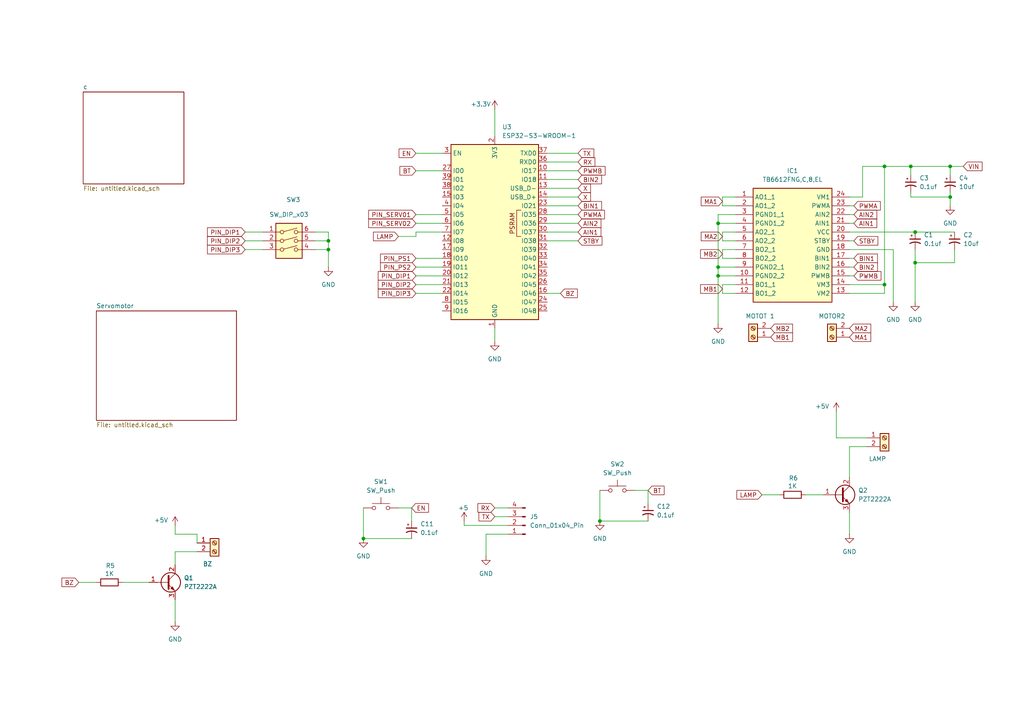
<source format=kicad_sch>
(kicad_sch
	(version 20250114)
	(generator "eeschema")
	(generator_version "9.0")
	(uuid "49bb0f38-df22-4577-b900-66deaf4e362d")
	(paper "A4")
	(lib_symbols
		(symbol "Connector:Conn_01x04_Pin"
			(pin_names
				(offset 1.016)
				(hide yes)
			)
			(exclude_from_sim no)
			(in_bom yes)
			(on_board yes)
			(property "Reference" "J"
				(at 0 5.08 0)
				(effects
					(font
						(size 1.27 1.27)
					)
				)
			)
			(property "Value" "Conn_01x04_Pin"
				(at 0 -7.62 0)
				(effects
					(font
						(size 1.27 1.27)
					)
				)
			)
			(property "Footprint" ""
				(at 0 0 0)
				(effects
					(font
						(size 1.27 1.27)
					)
					(hide yes)
				)
			)
			(property "Datasheet" "~"
				(at 0 0 0)
				(effects
					(font
						(size 1.27 1.27)
					)
					(hide yes)
				)
			)
			(property "Description" "Generic connector, single row, 01x04, script generated"
				(at 0 0 0)
				(effects
					(font
						(size 1.27 1.27)
					)
					(hide yes)
				)
			)
			(property "ki_locked" ""
				(at 0 0 0)
				(effects
					(font
						(size 1.27 1.27)
					)
				)
			)
			(property "ki_keywords" "connector"
				(at 0 0 0)
				(effects
					(font
						(size 1.27 1.27)
					)
					(hide yes)
				)
			)
			(property "ki_fp_filters" "Connector*:*_1x??_*"
				(at 0 0 0)
				(effects
					(font
						(size 1.27 1.27)
					)
					(hide yes)
				)
			)
			(symbol "Conn_01x04_Pin_1_1"
				(rectangle
					(start 0.8636 2.667)
					(end 0 2.413)
					(stroke
						(width 0.1524)
						(type default)
					)
					(fill
						(type outline)
					)
				)
				(rectangle
					(start 0.8636 0.127)
					(end 0 -0.127)
					(stroke
						(width 0.1524)
						(type default)
					)
					(fill
						(type outline)
					)
				)
				(rectangle
					(start 0.8636 -2.413)
					(end 0 -2.667)
					(stroke
						(width 0.1524)
						(type default)
					)
					(fill
						(type outline)
					)
				)
				(rectangle
					(start 0.8636 -4.953)
					(end 0 -5.207)
					(stroke
						(width 0.1524)
						(type default)
					)
					(fill
						(type outline)
					)
				)
				(polyline
					(pts
						(xy 1.27 2.54) (xy 0.8636 2.54)
					)
					(stroke
						(width 0.1524)
						(type default)
					)
					(fill
						(type none)
					)
				)
				(polyline
					(pts
						(xy 1.27 0) (xy 0.8636 0)
					)
					(stroke
						(width 0.1524)
						(type default)
					)
					(fill
						(type none)
					)
				)
				(polyline
					(pts
						(xy 1.27 -2.54) (xy 0.8636 -2.54)
					)
					(stroke
						(width 0.1524)
						(type default)
					)
					(fill
						(type none)
					)
				)
				(polyline
					(pts
						(xy 1.27 -5.08) (xy 0.8636 -5.08)
					)
					(stroke
						(width 0.1524)
						(type default)
					)
					(fill
						(type none)
					)
				)
				(pin passive line
					(at 5.08 2.54 180)
					(length 3.81)
					(name "Pin_1"
						(effects
							(font
								(size 1.27 1.27)
							)
						)
					)
					(number "1"
						(effects
							(font
								(size 1.27 1.27)
							)
						)
					)
				)
				(pin passive line
					(at 5.08 0 180)
					(length 3.81)
					(name "Pin_2"
						(effects
							(font
								(size 1.27 1.27)
							)
						)
					)
					(number "2"
						(effects
							(font
								(size 1.27 1.27)
							)
						)
					)
				)
				(pin passive line
					(at 5.08 -2.54 180)
					(length 3.81)
					(name "Pin_3"
						(effects
							(font
								(size 1.27 1.27)
							)
						)
					)
					(number "3"
						(effects
							(font
								(size 1.27 1.27)
							)
						)
					)
				)
				(pin passive line
					(at 5.08 -5.08 180)
					(length 3.81)
					(name "Pin_4"
						(effects
							(font
								(size 1.27 1.27)
							)
						)
					)
					(number "4"
						(effects
							(font
								(size 1.27 1.27)
							)
						)
					)
				)
			)
			(embedded_fonts no)
		)
		(symbol "Connector:Screw_Terminal_01x02"
			(pin_names
				(offset 1.016)
				(hide yes)
			)
			(exclude_from_sim no)
			(in_bom yes)
			(on_board yes)
			(property "Reference" "J"
				(at 0 2.54 0)
				(effects
					(font
						(size 1.27 1.27)
					)
				)
			)
			(property "Value" "Screw_Terminal_01x02"
				(at 0 -5.08 0)
				(effects
					(font
						(size 1.27 1.27)
					)
				)
			)
			(property "Footprint" ""
				(at 0 0 0)
				(effects
					(font
						(size 1.27 1.27)
					)
					(hide yes)
				)
			)
			(property "Datasheet" "~"
				(at 0 0 0)
				(effects
					(font
						(size 1.27 1.27)
					)
					(hide yes)
				)
			)
			(property "Description" "Generic screw terminal, single row, 01x02, script generated (kicad-library-utils/schlib/autogen/connector/)"
				(at 0 0 0)
				(effects
					(font
						(size 1.27 1.27)
					)
					(hide yes)
				)
			)
			(property "ki_keywords" "screw terminal"
				(at 0 0 0)
				(effects
					(font
						(size 1.27 1.27)
					)
					(hide yes)
				)
			)
			(property "ki_fp_filters" "TerminalBlock*:*"
				(at 0 0 0)
				(effects
					(font
						(size 1.27 1.27)
					)
					(hide yes)
				)
			)
			(symbol "Screw_Terminal_01x02_1_1"
				(rectangle
					(start -1.27 1.27)
					(end 1.27 -3.81)
					(stroke
						(width 0.254)
						(type default)
					)
					(fill
						(type background)
					)
				)
				(polyline
					(pts
						(xy -0.5334 0.3302) (xy 0.3302 -0.508)
					)
					(stroke
						(width 0.1524)
						(type default)
					)
					(fill
						(type none)
					)
				)
				(polyline
					(pts
						(xy -0.5334 -2.2098) (xy 0.3302 -3.048)
					)
					(stroke
						(width 0.1524)
						(type default)
					)
					(fill
						(type none)
					)
				)
				(polyline
					(pts
						(xy -0.3556 0.508) (xy 0.508 -0.3302)
					)
					(stroke
						(width 0.1524)
						(type default)
					)
					(fill
						(type none)
					)
				)
				(polyline
					(pts
						(xy -0.3556 -2.032) (xy 0.508 -2.8702)
					)
					(stroke
						(width 0.1524)
						(type default)
					)
					(fill
						(type none)
					)
				)
				(circle
					(center 0 0)
					(radius 0.635)
					(stroke
						(width 0.1524)
						(type default)
					)
					(fill
						(type none)
					)
				)
				(circle
					(center 0 -2.54)
					(radius 0.635)
					(stroke
						(width 0.1524)
						(type default)
					)
					(fill
						(type none)
					)
				)
				(pin passive line
					(at -5.08 0 0)
					(length 3.81)
					(name "Pin_1"
						(effects
							(font
								(size 1.27 1.27)
							)
						)
					)
					(number "1"
						(effects
							(font
								(size 1.27 1.27)
							)
						)
					)
				)
				(pin passive line
					(at -5.08 -2.54 0)
					(length 3.81)
					(name "Pin_2"
						(effects
							(font
								(size 1.27 1.27)
							)
						)
					)
					(number "2"
						(effects
							(font
								(size 1.27 1.27)
							)
						)
					)
				)
			)
			(embedded_fonts no)
		)
		(symbol "Device:C_Polarized_Small_US"
			(pin_numbers
				(hide yes)
			)
			(pin_names
				(offset 0.254)
				(hide yes)
			)
			(exclude_from_sim no)
			(in_bom yes)
			(on_board yes)
			(property "Reference" "C"
				(at 0.254 1.778 0)
				(effects
					(font
						(size 1.27 1.27)
					)
					(justify left)
				)
			)
			(property "Value" "C_Polarized_Small_US"
				(at 0.254 -2.032 0)
				(effects
					(font
						(size 1.27 1.27)
					)
					(justify left)
				)
			)
			(property "Footprint" ""
				(at 0 0 0)
				(effects
					(font
						(size 1.27 1.27)
					)
					(hide yes)
				)
			)
			(property "Datasheet" "~"
				(at 0 0 0)
				(effects
					(font
						(size 1.27 1.27)
					)
					(hide yes)
				)
			)
			(property "Description" "Polarized capacitor, small US symbol"
				(at 0 0 0)
				(effects
					(font
						(size 1.27 1.27)
					)
					(hide yes)
				)
			)
			(property "ki_keywords" "cap capacitor"
				(at 0 0 0)
				(effects
					(font
						(size 1.27 1.27)
					)
					(hide yes)
				)
			)
			(property "ki_fp_filters" "CP_*"
				(at 0 0 0)
				(effects
					(font
						(size 1.27 1.27)
					)
					(hide yes)
				)
			)
			(symbol "C_Polarized_Small_US_0_1"
				(polyline
					(pts
						(xy -1.524 0.508) (xy 1.524 0.508)
					)
					(stroke
						(width 0.3048)
						(type default)
					)
					(fill
						(type none)
					)
				)
				(polyline
					(pts
						(xy -1.27 1.524) (xy -0.762 1.524)
					)
					(stroke
						(width 0)
						(type default)
					)
					(fill
						(type none)
					)
				)
				(polyline
					(pts
						(xy -1.016 1.27) (xy -1.016 1.778)
					)
					(stroke
						(width 0)
						(type default)
					)
					(fill
						(type none)
					)
				)
				(arc
					(start -1.524 -0.762)
					(mid 0 -0.3734)
					(end 1.524 -0.762)
					(stroke
						(width 0.3048)
						(type default)
					)
					(fill
						(type none)
					)
				)
			)
			(symbol "C_Polarized_Small_US_1_1"
				(pin passive line
					(at 0 2.54 270)
					(length 2.032)
					(name "~"
						(effects
							(font
								(size 1.27 1.27)
							)
						)
					)
					(number "1"
						(effects
							(font
								(size 1.27 1.27)
							)
						)
					)
				)
				(pin passive line
					(at 0 -2.54 90)
					(length 2.032)
					(name "~"
						(effects
							(font
								(size 1.27 1.27)
							)
						)
					)
					(number "2"
						(effects
							(font
								(size 1.27 1.27)
							)
						)
					)
				)
			)
			(embedded_fonts no)
		)
		(symbol "Device:R"
			(pin_numbers
				(hide yes)
			)
			(pin_names
				(offset 0)
			)
			(exclude_from_sim no)
			(in_bom yes)
			(on_board yes)
			(property "Reference" "R"
				(at 2.032 0 90)
				(effects
					(font
						(size 1.27 1.27)
					)
				)
			)
			(property "Value" "R"
				(at 0 0 90)
				(effects
					(font
						(size 1.27 1.27)
					)
				)
			)
			(property "Footprint" ""
				(at -1.778 0 90)
				(effects
					(font
						(size 1.27 1.27)
					)
					(hide yes)
				)
			)
			(property "Datasheet" "~"
				(at 0 0 0)
				(effects
					(font
						(size 1.27 1.27)
					)
					(hide yes)
				)
			)
			(property "Description" "Resistor"
				(at 0 0 0)
				(effects
					(font
						(size 1.27 1.27)
					)
					(hide yes)
				)
			)
			(property "ki_keywords" "R res resistor"
				(at 0 0 0)
				(effects
					(font
						(size 1.27 1.27)
					)
					(hide yes)
				)
			)
			(property "ki_fp_filters" "R_*"
				(at 0 0 0)
				(effects
					(font
						(size 1.27 1.27)
					)
					(hide yes)
				)
			)
			(symbol "R_0_1"
				(rectangle
					(start -1.016 -2.54)
					(end 1.016 2.54)
					(stroke
						(width 0.254)
						(type default)
					)
					(fill
						(type none)
					)
				)
			)
			(symbol "R_1_1"
				(pin passive line
					(at 0 3.81 270)
					(length 1.27)
					(name "~"
						(effects
							(font
								(size 1.27 1.27)
							)
						)
					)
					(number "1"
						(effects
							(font
								(size 1.27 1.27)
							)
						)
					)
				)
				(pin passive line
					(at 0 -3.81 90)
					(length 1.27)
					(name "~"
						(effects
							(font
								(size 1.27 1.27)
							)
						)
					)
					(number "2"
						(effects
							(font
								(size 1.27 1.27)
							)
						)
					)
				)
			)
			(embedded_fonts no)
		)
		(symbol "RF_Module:ESP32-S3-WROOM-1"
			(exclude_from_sim no)
			(in_bom yes)
			(on_board yes)
			(property "Reference" "U"
				(at -12.7 26.67 0)
				(effects
					(font
						(size 1.27 1.27)
					)
				)
			)
			(property "Value" "ESP32-S3-WROOM-1"
				(at 12.7 26.67 0)
				(effects
					(font
						(size 1.27 1.27)
					)
				)
			)
			(property "Footprint" "RF_Module:ESP32-S3-WROOM-1"
				(at 0 2.54 0)
				(effects
					(font
						(size 1.27 1.27)
					)
					(hide yes)
				)
			)
			(property "Datasheet" "https://www.espressif.com/sites/default/files/documentation/esp32-s3-wroom-1_wroom-1u_datasheet_en.pdf"
				(at 0 0 0)
				(effects
					(font
						(size 1.27 1.27)
					)
					(hide yes)
				)
			)
			(property "Description" "RF Module, ESP32-S3 SoC, Wi-Fi 802.11b/g/n, Bluetooth, BLE, 32-bit, 3.3V, onboard antenna, SMD"
				(at 0 0 0)
				(effects
					(font
						(size 1.27 1.27)
					)
					(hide yes)
				)
			)
			(property "ki_keywords" "RF Radio BT ESP ESP32-S3 Espressif onboard PCB antenna"
				(at 0 0 0)
				(effects
					(font
						(size 1.27 1.27)
					)
					(hide yes)
				)
			)
			(property "ki_fp_filters" "ESP32?S3?WROOM?1*"
				(at 0 0 0)
				(effects
					(font
						(size 1.27 1.27)
					)
					(hide yes)
				)
			)
			(symbol "ESP32-S3-WROOM-1_0_0"
				(rectangle
					(start -12.7 25.4)
					(end 12.7 -25.4)
					(stroke
						(width 0.254)
						(type default)
					)
					(fill
						(type background)
					)
				)
				(text "PSRAM"
					(at 5.08 2.54 900)
					(effects
						(font
							(size 1.27 1.27)
						)
					)
				)
			)
			(symbol "ESP32-S3-WROOM-1_0_1"
				(polyline
					(pts
						(xy 7.62 -1.27) (xy 6.35 -1.27) (xy 6.35 6.35) (xy 7.62 6.35)
					)
					(stroke
						(width 0)
						(type default)
					)
					(fill
						(type none)
					)
				)
			)
			(symbol "ESP32-S3-WROOM-1_1_1"
				(pin input line
					(at -15.24 22.86 0)
					(length 2.54)
					(name "EN"
						(effects
							(font
								(size 1.27 1.27)
							)
						)
					)
					(number "3"
						(effects
							(font
								(size 1.27 1.27)
							)
						)
					)
				)
				(pin bidirectional line
					(at -15.24 17.78 0)
					(length 2.54)
					(name "IO0"
						(effects
							(font
								(size 1.27 1.27)
							)
						)
					)
					(number "27"
						(effects
							(font
								(size 1.27 1.27)
							)
						)
					)
				)
				(pin bidirectional line
					(at -15.24 15.24 0)
					(length 2.54)
					(name "IO1"
						(effects
							(font
								(size 1.27 1.27)
							)
						)
					)
					(number "39"
						(effects
							(font
								(size 1.27 1.27)
							)
						)
					)
				)
				(pin bidirectional line
					(at -15.24 12.7 0)
					(length 2.54)
					(name "IO2"
						(effects
							(font
								(size 1.27 1.27)
							)
						)
					)
					(number "38"
						(effects
							(font
								(size 1.27 1.27)
							)
						)
					)
				)
				(pin bidirectional line
					(at -15.24 10.16 0)
					(length 2.54)
					(name "IO3"
						(effects
							(font
								(size 1.27 1.27)
							)
						)
					)
					(number "15"
						(effects
							(font
								(size 1.27 1.27)
							)
						)
					)
				)
				(pin bidirectional line
					(at -15.24 7.62 0)
					(length 2.54)
					(name "IO4"
						(effects
							(font
								(size 1.27 1.27)
							)
						)
					)
					(number "4"
						(effects
							(font
								(size 1.27 1.27)
							)
						)
					)
				)
				(pin bidirectional line
					(at -15.24 5.08 0)
					(length 2.54)
					(name "IO5"
						(effects
							(font
								(size 1.27 1.27)
							)
						)
					)
					(number "5"
						(effects
							(font
								(size 1.27 1.27)
							)
						)
					)
				)
				(pin bidirectional line
					(at -15.24 2.54 0)
					(length 2.54)
					(name "IO6"
						(effects
							(font
								(size 1.27 1.27)
							)
						)
					)
					(number "6"
						(effects
							(font
								(size 1.27 1.27)
							)
						)
					)
				)
				(pin bidirectional line
					(at -15.24 0 0)
					(length 2.54)
					(name "IO7"
						(effects
							(font
								(size 1.27 1.27)
							)
						)
					)
					(number "7"
						(effects
							(font
								(size 1.27 1.27)
							)
						)
					)
				)
				(pin bidirectional line
					(at -15.24 -2.54 0)
					(length 2.54)
					(name "IO8"
						(effects
							(font
								(size 1.27 1.27)
							)
						)
					)
					(number "12"
						(effects
							(font
								(size 1.27 1.27)
							)
						)
					)
				)
				(pin bidirectional line
					(at -15.24 -5.08 0)
					(length 2.54)
					(name "IO9"
						(effects
							(font
								(size 1.27 1.27)
							)
						)
					)
					(number "17"
						(effects
							(font
								(size 1.27 1.27)
							)
						)
					)
				)
				(pin bidirectional line
					(at -15.24 -7.62 0)
					(length 2.54)
					(name "IO10"
						(effects
							(font
								(size 1.27 1.27)
							)
						)
					)
					(number "18"
						(effects
							(font
								(size 1.27 1.27)
							)
						)
					)
				)
				(pin bidirectional line
					(at -15.24 -10.16 0)
					(length 2.54)
					(name "IO11"
						(effects
							(font
								(size 1.27 1.27)
							)
						)
					)
					(number "19"
						(effects
							(font
								(size 1.27 1.27)
							)
						)
					)
				)
				(pin bidirectional line
					(at -15.24 -12.7 0)
					(length 2.54)
					(name "IO12"
						(effects
							(font
								(size 1.27 1.27)
							)
						)
					)
					(number "20"
						(effects
							(font
								(size 1.27 1.27)
							)
						)
					)
				)
				(pin bidirectional line
					(at -15.24 -15.24 0)
					(length 2.54)
					(name "IO13"
						(effects
							(font
								(size 1.27 1.27)
							)
						)
					)
					(number "21"
						(effects
							(font
								(size 1.27 1.27)
							)
						)
					)
				)
				(pin bidirectional line
					(at -15.24 -17.78 0)
					(length 2.54)
					(name "IO14"
						(effects
							(font
								(size 1.27 1.27)
							)
						)
					)
					(number "22"
						(effects
							(font
								(size 1.27 1.27)
							)
						)
					)
				)
				(pin bidirectional line
					(at -15.24 -20.32 0)
					(length 2.54)
					(name "IO15"
						(effects
							(font
								(size 1.27 1.27)
							)
						)
					)
					(number "8"
						(effects
							(font
								(size 1.27 1.27)
							)
						)
					)
				)
				(pin bidirectional line
					(at -15.24 -22.86 0)
					(length 2.54)
					(name "IO16"
						(effects
							(font
								(size 1.27 1.27)
							)
						)
					)
					(number "9"
						(effects
							(font
								(size 1.27 1.27)
							)
						)
					)
				)
				(pin power_in line
					(at 0 27.94 270)
					(length 2.54)
					(name "3V3"
						(effects
							(font
								(size 1.27 1.27)
							)
						)
					)
					(number "2"
						(effects
							(font
								(size 1.27 1.27)
							)
						)
					)
				)
				(pin power_in line
					(at 0 -27.94 90)
					(length 2.54)
					(name "GND"
						(effects
							(font
								(size 1.27 1.27)
							)
						)
					)
					(number "1"
						(effects
							(font
								(size 1.27 1.27)
							)
						)
					)
				)
				(pin passive line
					(at 0 -27.94 90)
					(length 2.54)
					(hide yes)
					(name "GND"
						(effects
							(font
								(size 1.27 1.27)
							)
						)
					)
					(number "40"
						(effects
							(font
								(size 1.27 1.27)
							)
						)
					)
				)
				(pin passive line
					(at 0 -27.94 90)
					(length 2.54)
					(hide yes)
					(name "GND"
						(effects
							(font
								(size 1.27 1.27)
							)
						)
					)
					(number "41"
						(effects
							(font
								(size 1.27 1.27)
							)
						)
					)
				)
				(pin bidirectional line
					(at 15.24 22.86 180)
					(length 2.54)
					(name "TXD0"
						(effects
							(font
								(size 1.27 1.27)
							)
						)
					)
					(number "37"
						(effects
							(font
								(size 1.27 1.27)
							)
						)
					)
				)
				(pin bidirectional line
					(at 15.24 20.32 180)
					(length 2.54)
					(name "RXD0"
						(effects
							(font
								(size 1.27 1.27)
							)
						)
					)
					(number "36"
						(effects
							(font
								(size 1.27 1.27)
							)
						)
					)
				)
				(pin bidirectional line
					(at 15.24 17.78 180)
					(length 2.54)
					(name "IO17"
						(effects
							(font
								(size 1.27 1.27)
							)
						)
					)
					(number "10"
						(effects
							(font
								(size 1.27 1.27)
							)
						)
					)
				)
				(pin bidirectional line
					(at 15.24 15.24 180)
					(length 2.54)
					(name "IO18"
						(effects
							(font
								(size 1.27 1.27)
							)
						)
					)
					(number "11"
						(effects
							(font
								(size 1.27 1.27)
							)
						)
					)
				)
				(pin bidirectional line
					(at 15.24 12.7 180)
					(length 2.54)
					(name "USB_D-"
						(effects
							(font
								(size 1.27 1.27)
							)
						)
					)
					(number "13"
						(effects
							(font
								(size 1.27 1.27)
							)
						)
					)
					(alternate "IO19" bidirectional line)
				)
				(pin bidirectional line
					(at 15.24 10.16 180)
					(length 2.54)
					(name "USB_D+"
						(effects
							(font
								(size 1.27 1.27)
							)
						)
					)
					(number "14"
						(effects
							(font
								(size 1.27 1.27)
							)
						)
					)
					(alternate "IO20" bidirectional line)
				)
				(pin bidirectional line
					(at 15.24 7.62 180)
					(length 2.54)
					(name "IO21"
						(effects
							(font
								(size 1.27 1.27)
							)
						)
					)
					(number "23"
						(effects
							(font
								(size 1.27 1.27)
							)
						)
					)
				)
				(pin bidirectional line
					(at 15.24 5.08 180)
					(length 2.54)
					(name "IO35"
						(effects
							(font
								(size 1.27 1.27)
							)
						)
					)
					(number "28"
						(effects
							(font
								(size 1.27 1.27)
							)
						)
					)
				)
				(pin bidirectional line
					(at 15.24 2.54 180)
					(length 2.54)
					(name "IO36"
						(effects
							(font
								(size 1.27 1.27)
							)
						)
					)
					(number "29"
						(effects
							(font
								(size 1.27 1.27)
							)
						)
					)
				)
				(pin bidirectional line
					(at 15.24 0 180)
					(length 2.54)
					(name "IO37"
						(effects
							(font
								(size 1.27 1.27)
							)
						)
					)
					(number "30"
						(effects
							(font
								(size 1.27 1.27)
							)
						)
					)
				)
				(pin bidirectional line
					(at 15.24 -2.54 180)
					(length 2.54)
					(name "IO38"
						(effects
							(font
								(size 1.27 1.27)
							)
						)
					)
					(number "31"
						(effects
							(font
								(size 1.27 1.27)
							)
						)
					)
				)
				(pin bidirectional line
					(at 15.24 -5.08 180)
					(length 2.54)
					(name "IO39"
						(effects
							(font
								(size 1.27 1.27)
							)
						)
					)
					(number "32"
						(effects
							(font
								(size 1.27 1.27)
							)
						)
					)
				)
				(pin bidirectional line
					(at 15.24 -7.62 180)
					(length 2.54)
					(name "IO40"
						(effects
							(font
								(size 1.27 1.27)
							)
						)
					)
					(number "33"
						(effects
							(font
								(size 1.27 1.27)
							)
						)
					)
				)
				(pin bidirectional line
					(at 15.24 -10.16 180)
					(length 2.54)
					(name "IO41"
						(effects
							(font
								(size 1.27 1.27)
							)
						)
					)
					(number "34"
						(effects
							(font
								(size 1.27 1.27)
							)
						)
					)
				)
				(pin bidirectional line
					(at 15.24 -12.7 180)
					(length 2.54)
					(name "IO42"
						(effects
							(font
								(size 1.27 1.27)
							)
						)
					)
					(number "35"
						(effects
							(font
								(size 1.27 1.27)
							)
						)
					)
				)
				(pin bidirectional line
					(at 15.24 -15.24 180)
					(length 2.54)
					(name "IO45"
						(effects
							(font
								(size 1.27 1.27)
							)
						)
					)
					(number "26"
						(effects
							(font
								(size 1.27 1.27)
							)
						)
					)
				)
				(pin bidirectional line
					(at 15.24 -17.78 180)
					(length 2.54)
					(name "IO46"
						(effects
							(font
								(size 1.27 1.27)
							)
						)
					)
					(number "16"
						(effects
							(font
								(size 1.27 1.27)
							)
						)
					)
				)
				(pin bidirectional line
					(at 15.24 -20.32 180)
					(length 2.54)
					(name "IO47"
						(effects
							(font
								(size 1.27 1.27)
							)
						)
					)
					(number "24"
						(effects
							(font
								(size 1.27 1.27)
							)
						)
					)
				)
				(pin bidirectional line
					(at 15.24 -22.86 180)
					(length 2.54)
					(name "IO48"
						(effects
							(font
								(size 1.27 1.27)
							)
						)
					)
					(number "25"
						(effects
							(font
								(size 1.27 1.27)
							)
						)
					)
				)
			)
			(embedded_fonts no)
		)
		(symbol "Switch:SW_DIP_x03"
			(pin_names
				(offset 0)
				(hide yes)
			)
			(exclude_from_sim no)
			(in_bom yes)
			(on_board yes)
			(property "Reference" "SW"
				(at 0 6.35 0)
				(effects
					(font
						(size 1.27 1.27)
					)
				)
			)
			(property "Value" "SW_DIP_x03"
				(at 0 -6.35 0)
				(effects
					(font
						(size 1.27 1.27)
					)
				)
			)
			(property "Footprint" ""
				(at 0 -2.54 0)
				(effects
					(font
						(size 1.27 1.27)
					)
					(hide yes)
				)
			)
			(property "Datasheet" "~"
				(at 0 -2.54 0)
				(effects
					(font
						(size 1.27 1.27)
					)
					(hide yes)
				)
			)
			(property "Description" "3x DIP Switch, Single Pole Single Throw (SPST) switch, small symbol"
				(at 0 0 0)
				(effects
					(font
						(size 1.27 1.27)
					)
					(hide yes)
				)
			)
			(property "ki_keywords" "dip switch"
				(at 0 0 0)
				(effects
					(font
						(size 1.27 1.27)
					)
					(hide yes)
				)
			)
			(property "ki_fp_filters" "SW?DIP?x3*"
				(at 0 0 0)
				(effects
					(font
						(size 1.27 1.27)
					)
					(hide yes)
				)
			)
			(symbol "SW_DIP_x03_0_0"
				(circle
					(center -2.032 2.54)
					(radius 0.508)
					(stroke
						(width 0)
						(type default)
					)
					(fill
						(type none)
					)
				)
				(circle
					(center -2.032 0)
					(radius 0.508)
					(stroke
						(width 0)
						(type default)
					)
					(fill
						(type none)
					)
				)
				(circle
					(center -2.032 -2.54)
					(radius 0.508)
					(stroke
						(width 0)
						(type default)
					)
					(fill
						(type none)
					)
				)
				(polyline
					(pts
						(xy -1.524 2.667) (xy 2.3622 3.7084)
					)
					(stroke
						(width 0)
						(type default)
					)
					(fill
						(type none)
					)
				)
				(polyline
					(pts
						(xy -1.524 0.127) (xy 2.3622 1.1684)
					)
					(stroke
						(width 0)
						(type default)
					)
					(fill
						(type none)
					)
				)
				(polyline
					(pts
						(xy -1.524 -2.413) (xy 2.3622 -1.3716)
					)
					(stroke
						(width 0)
						(type default)
					)
					(fill
						(type none)
					)
				)
				(circle
					(center 2.032 2.54)
					(radius 0.508)
					(stroke
						(width 0)
						(type default)
					)
					(fill
						(type none)
					)
				)
				(circle
					(center 2.032 0)
					(radius 0.508)
					(stroke
						(width 0)
						(type default)
					)
					(fill
						(type none)
					)
				)
				(circle
					(center 2.032 -2.54)
					(radius 0.508)
					(stroke
						(width 0)
						(type default)
					)
					(fill
						(type none)
					)
				)
			)
			(symbol "SW_DIP_x03_0_1"
				(rectangle
					(start -3.81 5.08)
					(end 3.81 -5.08)
					(stroke
						(width 0.254)
						(type default)
					)
					(fill
						(type background)
					)
				)
			)
			(symbol "SW_DIP_x03_1_1"
				(pin passive line
					(at -7.62 2.54 0)
					(length 5.08)
					(name "~"
						(effects
							(font
								(size 1.27 1.27)
							)
						)
					)
					(number "1"
						(effects
							(font
								(size 1.27 1.27)
							)
						)
					)
				)
				(pin passive line
					(at -7.62 0 0)
					(length 5.08)
					(name "~"
						(effects
							(font
								(size 1.27 1.27)
							)
						)
					)
					(number "2"
						(effects
							(font
								(size 1.27 1.27)
							)
						)
					)
				)
				(pin passive line
					(at -7.62 -2.54 0)
					(length 5.08)
					(name "~"
						(effects
							(font
								(size 1.27 1.27)
							)
						)
					)
					(number "3"
						(effects
							(font
								(size 1.27 1.27)
							)
						)
					)
				)
				(pin passive line
					(at 7.62 2.54 180)
					(length 5.08)
					(name "~"
						(effects
							(font
								(size 1.27 1.27)
							)
						)
					)
					(number "6"
						(effects
							(font
								(size 1.27 1.27)
							)
						)
					)
				)
				(pin passive line
					(at 7.62 0 180)
					(length 5.08)
					(name "~"
						(effects
							(font
								(size 1.27 1.27)
							)
						)
					)
					(number "5"
						(effects
							(font
								(size 1.27 1.27)
							)
						)
					)
				)
				(pin passive line
					(at 7.62 -2.54 180)
					(length 5.08)
					(name "~"
						(effects
							(font
								(size 1.27 1.27)
							)
						)
					)
					(number "4"
						(effects
							(font
								(size 1.27 1.27)
							)
						)
					)
				)
			)
			(embedded_fonts no)
		)
		(symbol "Switch:SW_Push"
			(pin_numbers
				(hide yes)
			)
			(pin_names
				(offset 1.016)
				(hide yes)
			)
			(exclude_from_sim no)
			(in_bom yes)
			(on_board yes)
			(property "Reference" "SW"
				(at 1.27 2.54 0)
				(effects
					(font
						(size 1.27 1.27)
					)
					(justify left)
				)
			)
			(property "Value" "SW_Push"
				(at 0 -1.524 0)
				(effects
					(font
						(size 1.27 1.27)
					)
				)
			)
			(property "Footprint" ""
				(at 0 5.08 0)
				(effects
					(font
						(size 1.27 1.27)
					)
					(hide yes)
				)
			)
			(property "Datasheet" "~"
				(at 0 5.08 0)
				(effects
					(font
						(size 1.27 1.27)
					)
					(hide yes)
				)
			)
			(property "Description" "Push button switch, generic, two pins"
				(at 0 0 0)
				(effects
					(font
						(size 1.27 1.27)
					)
					(hide yes)
				)
			)
			(property "ki_keywords" "switch normally-open pushbutton push-button"
				(at 0 0 0)
				(effects
					(font
						(size 1.27 1.27)
					)
					(hide yes)
				)
			)
			(symbol "SW_Push_0_1"
				(circle
					(center -2.032 0)
					(radius 0.508)
					(stroke
						(width 0)
						(type default)
					)
					(fill
						(type none)
					)
				)
				(polyline
					(pts
						(xy 0 1.27) (xy 0 3.048)
					)
					(stroke
						(width 0)
						(type default)
					)
					(fill
						(type none)
					)
				)
				(circle
					(center 2.032 0)
					(radius 0.508)
					(stroke
						(width 0)
						(type default)
					)
					(fill
						(type none)
					)
				)
				(polyline
					(pts
						(xy 2.54 1.27) (xy -2.54 1.27)
					)
					(stroke
						(width 0)
						(type default)
					)
					(fill
						(type none)
					)
				)
				(pin passive line
					(at -5.08 0 0)
					(length 2.54)
					(name "1"
						(effects
							(font
								(size 1.27 1.27)
							)
						)
					)
					(number "1"
						(effects
							(font
								(size 1.27 1.27)
							)
						)
					)
				)
				(pin passive line
					(at 5.08 0 180)
					(length 2.54)
					(name "2"
						(effects
							(font
								(size 1.27 1.27)
							)
						)
					)
					(number "2"
						(effects
							(font
								(size 1.27 1.27)
							)
						)
					)
				)
			)
			(embedded_fonts no)
		)
		(symbol "TB6612FNG_C_8_EL:TB6612FNG,C,8,EL"
			(exclude_from_sim no)
			(in_bom yes)
			(on_board yes)
			(property "Reference" "IC"
				(at 29.21 7.62 0)
				(effects
					(font
						(size 1.27 1.27)
					)
					(justify left top)
				)
			)
			(property "Value" "TB6612FNG,C,8,EL"
				(at 29.21 5.08 0)
				(effects
					(font
						(size 1.27 1.27)
					)
					(justify left top)
				)
			)
			(property "Footprint" "SOP65P760X160-24N"
				(at 29.21 -94.92 0)
				(effects
					(font
						(size 1.27 1.27)
					)
					(justify left top)
					(hide yes)
				)
			)
			(property "Datasheet" "http://toshiba.semicon-storage.com/info/docget.jsp?did=10660&prodName=TB6612FNG"
				(at 29.21 -194.92 0)
				(effects
					(font
						(size 1.27 1.27)
					)
					(justify left top)
					(hide yes)
				)
			)
			(property "Description" "otor / Motion / Ignition Controllers & Drivers Brush Motor Driver IC"
				(at 0 0 0)
				(effects
					(font
						(size 1.27 1.27)
					)
					(hide yes)
				)
			)
			(property "Height" "1.6"
				(at 29.21 -394.92 0)
				(effects
					(font
						(size 1.27 1.27)
					)
					(justify left top)
					(hide yes)
				)
			)
			(property "Mouser Part Number" "757-TB6612FNGC8EL"
				(at 29.21 -494.92 0)
				(effects
					(font
						(size 1.27 1.27)
					)
					(justify left top)
					(hide yes)
				)
			)
			(property "Mouser Price/Stock" "https://www.mouser.co.uk/ProductDetail/Toshiba/TB6612FNGC8EL?qs=rsevcuukUAy2UalRuv4E%2FQ%3D%3D"
				(at 29.21 -594.92 0)
				(effects
					(font
						(size 1.27 1.27)
					)
					(justify left top)
					(hide yes)
				)
			)
			(property "Manufacturer_Name" "Toshiba"
				(at 29.21 -694.92 0)
				(effects
					(font
						(size 1.27 1.27)
					)
					(justify left top)
					(hide yes)
				)
			)
			(property "Manufacturer_Part_Number" "TB6612FNG,C,8,EL"
				(at 29.21 -794.92 0)
				(effects
					(font
						(size 1.27 1.27)
					)
					(justify left top)
					(hide yes)
				)
			)
			(symbol "TB6612FNG,C,8,EL_1_1"
				(rectangle
					(start 5.08 2.54)
					(end 27.94 -30.48)
					(stroke
						(width 0.254)
						(type default)
					)
					(fill
						(type background)
					)
				)
				(pin passive line
					(at 0 0 0)
					(length 5.08)
					(name "AO1_1"
						(effects
							(font
								(size 1.27 1.27)
							)
						)
					)
					(number "1"
						(effects
							(font
								(size 1.27 1.27)
							)
						)
					)
				)
				(pin passive line
					(at 0 -2.54 0)
					(length 5.08)
					(name "AO1_2"
						(effects
							(font
								(size 1.27 1.27)
							)
						)
					)
					(number "2"
						(effects
							(font
								(size 1.27 1.27)
							)
						)
					)
				)
				(pin passive line
					(at 0 -5.08 0)
					(length 5.08)
					(name "PGND1_1"
						(effects
							(font
								(size 1.27 1.27)
							)
						)
					)
					(number "3"
						(effects
							(font
								(size 1.27 1.27)
							)
						)
					)
				)
				(pin passive line
					(at 0 -7.62 0)
					(length 5.08)
					(name "PGND1_2"
						(effects
							(font
								(size 1.27 1.27)
							)
						)
					)
					(number "4"
						(effects
							(font
								(size 1.27 1.27)
							)
						)
					)
				)
				(pin passive line
					(at 0 -10.16 0)
					(length 5.08)
					(name "AO2_1"
						(effects
							(font
								(size 1.27 1.27)
							)
						)
					)
					(number "5"
						(effects
							(font
								(size 1.27 1.27)
							)
						)
					)
				)
				(pin passive line
					(at 0 -12.7 0)
					(length 5.08)
					(name "AO2_2"
						(effects
							(font
								(size 1.27 1.27)
							)
						)
					)
					(number "6"
						(effects
							(font
								(size 1.27 1.27)
							)
						)
					)
				)
				(pin passive line
					(at 0 -15.24 0)
					(length 5.08)
					(name "BO2_1"
						(effects
							(font
								(size 1.27 1.27)
							)
						)
					)
					(number "7"
						(effects
							(font
								(size 1.27 1.27)
							)
						)
					)
				)
				(pin passive line
					(at 0 -17.78 0)
					(length 5.08)
					(name "BO2_2"
						(effects
							(font
								(size 1.27 1.27)
							)
						)
					)
					(number "8"
						(effects
							(font
								(size 1.27 1.27)
							)
						)
					)
				)
				(pin passive line
					(at 0 -20.32 0)
					(length 5.08)
					(name "PGND2_1"
						(effects
							(font
								(size 1.27 1.27)
							)
						)
					)
					(number "9"
						(effects
							(font
								(size 1.27 1.27)
							)
						)
					)
				)
				(pin passive line
					(at 0 -22.86 0)
					(length 5.08)
					(name "PGND2_2"
						(effects
							(font
								(size 1.27 1.27)
							)
						)
					)
					(number "10"
						(effects
							(font
								(size 1.27 1.27)
							)
						)
					)
				)
				(pin passive line
					(at 0 -25.4 0)
					(length 5.08)
					(name "BO1_1"
						(effects
							(font
								(size 1.27 1.27)
							)
						)
					)
					(number "11"
						(effects
							(font
								(size 1.27 1.27)
							)
						)
					)
				)
				(pin passive line
					(at 0 -27.94 0)
					(length 5.08)
					(name "BO1_2"
						(effects
							(font
								(size 1.27 1.27)
							)
						)
					)
					(number "12"
						(effects
							(font
								(size 1.27 1.27)
							)
						)
					)
				)
				(pin passive line
					(at 33.02 0 180)
					(length 5.08)
					(name "VM1"
						(effects
							(font
								(size 1.27 1.27)
							)
						)
					)
					(number "24"
						(effects
							(font
								(size 1.27 1.27)
							)
						)
					)
				)
				(pin passive line
					(at 33.02 -2.54 180)
					(length 5.08)
					(name "PWMA"
						(effects
							(font
								(size 1.27 1.27)
							)
						)
					)
					(number "23"
						(effects
							(font
								(size 1.27 1.27)
							)
						)
					)
				)
				(pin passive line
					(at 33.02 -5.08 180)
					(length 5.08)
					(name "AIN2"
						(effects
							(font
								(size 1.27 1.27)
							)
						)
					)
					(number "22"
						(effects
							(font
								(size 1.27 1.27)
							)
						)
					)
				)
				(pin passive line
					(at 33.02 -7.62 180)
					(length 5.08)
					(name "AIN1"
						(effects
							(font
								(size 1.27 1.27)
							)
						)
					)
					(number "21"
						(effects
							(font
								(size 1.27 1.27)
							)
						)
					)
				)
				(pin passive line
					(at 33.02 -10.16 180)
					(length 5.08)
					(name "VCC"
						(effects
							(font
								(size 1.27 1.27)
							)
						)
					)
					(number "20"
						(effects
							(font
								(size 1.27 1.27)
							)
						)
					)
				)
				(pin passive line
					(at 33.02 -12.7 180)
					(length 5.08)
					(name "STBY"
						(effects
							(font
								(size 1.27 1.27)
							)
						)
					)
					(number "19"
						(effects
							(font
								(size 1.27 1.27)
							)
						)
					)
				)
				(pin passive line
					(at 33.02 -15.24 180)
					(length 5.08)
					(name "GND"
						(effects
							(font
								(size 1.27 1.27)
							)
						)
					)
					(number "18"
						(effects
							(font
								(size 1.27 1.27)
							)
						)
					)
				)
				(pin passive line
					(at 33.02 -17.78 180)
					(length 5.08)
					(name "BIN1"
						(effects
							(font
								(size 1.27 1.27)
							)
						)
					)
					(number "17"
						(effects
							(font
								(size 1.27 1.27)
							)
						)
					)
				)
				(pin passive line
					(at 33.02 -20.32 180)
					(length 5.08)
					(name "BIN2"
						(effects
							(font
								(size 1.27 1.27)
							)
						)
					)
					(number "16"
						(effects
							(font
								(size 1.27 1.27)
							)
						)
					)
				)
				(pin passive line
					(at 33.02 -22.86 180)
					(length 5.08)
					(name "PWMB"
						(effects
							(font
								(size 1.27 1.27)
							)
						)
					)
					(number "15"
						(effects
							(font
								(size 1.27 1.27)
							)
						)
					)
				)
				(pin passive line
					(at 33.02 -25.4 180)
					(length 5.08)
					(name "VM3"
						(effects
							(font
								(size 1.27 1.27)
							)
						)
					)
					(number "14"
						(effects
							(font
								(size 1.27 1.27)
							)
						)
					)
				)
				(pin passive line
					(at 33.02 -27.94 180)
					(length 5.08)
					(name "VM2"
						(effects
							(font
								(size 1.27 1.27)
							)
						)
					)
					(number "13"
						(effects
							(font
								(size 1.27 1.27)
							)
						)
					)
				)
			)
			(embedded_fonts no)
		)
		(symbol "Transistor_BJT:PZT2222A"
			(pin_names
				(offset 0)
				(hide yes)
			)
			(exclude_from_sim no)
			(in_bom yes)
			(on_board yes)
			(property "Reference" "Q"
				(at 5.08 1.905 0)
				(effects
					(font
						(size 1.27 1.27)
					)
					(justify left)
				)
			)
			(property "Value" "PZT2222A"
				(at 5.08 0 0)
				(effects
					(font
						(size 1.27 1.27)
					)
					(justify left)
				)
			)
			(property "Footprint" "Package_TO_SOT_SMD:SOT-223-3_TabPin2"
				(at 5.08 -1.905 0)
				(effects
					(font
						(size 1.27 1.27)
						(italic yes)
					)
					(justify left)
					(hide yes)
				)
			)
			(property "Datasheet" "https://www.onsemi.com/pub/Collateral/PN2222-D.PDF"
				(at 0 0 0)
				(effects
					(font
						(size 1.27 1.27)
					)
					(justify left)
					(hide yes)
				)
			)
			(property "Description" "1A Ic, 40V Vce, NPN Transistor, General Purpose Transistor, SOT-223"
				(at 0 0 0)
				(effects
					(font
						(size 1.27 1.27)
					)
					(hide yes)
				)
			)
			(property "ki_keywords" "NPN General Puprose Transistor SMD"
				(at 0 0 0)
				(effects
					(font
						(size 1.27 1.27)
					)
					(hide yes)
				)
			)
			(property "ki_fp_filters" "SOT?223*"
				(at 0 0 0)
				(effects
					(font
						(size 1.27 1.27)
					)
					(hide yes)
				)
			)
			(symbol "PZT2222A_0_1"
				(polyline
					(pts
						(xy -2.54 0) (xy 0.635 0)
					)
					(stroke
						(width 0)
						(type default)
					)
					(fill
						(type none)
					)
				)
				(polyline
					(pts
						(xy 0.635 1.905) (xy 0.635 -1.905)
					)
					(stroke
						(width 0.508)
						(type default)
					)
					(fill
						(type none)
					)
				)
				(circle
					(center 1.27 0)
					(radius 2.8194)
					(stroke
						(width 0.254)
						(type default)
					)
					(fill
						(type none)
					)
				)
			)
			(symbol "PZT2222A_1_1"
				(polyline
					(pts
						(xy 0.635 0.635) (xy 2.54 2.54)
					)
					(stroke
						(width 0)
						(type default)
					)
					(fill
						(type none)
					)
				)
				(polyline
					(pts
						(xy 0.635 -0.635) (xy 2.54 -2.54)
					)
					(stroke
						(width 0)
						(type default)
					)
					(fill
						(type none)
					)
				)
				(polyline
					(pts
						(xy 1.27 -1.778) (xy 1.778 -1.27) (xy 2.286 -2.286) (xy 1.27 -1.778)
					)
					(stroke
						(width 0)
						(type default)
					)
					(fill
						(type outline)
					)
				)
				(pin input line
					(at -5.08 0 0)
					(length 2.54)
					(name "B"
						(effects
							(font
								(size 1.27 1.27)
							)
						)
					)
					(number "1"
						(effects
							(font
								(size 1.27 1.27)
							)
						)
					)
				)
				(pin passive line
					(at 2.54 5.08 270)
					(length 2.54)
					(name "C"
						(effects
							(font
								(size 1.27 1.27)
							)
						)
					)
					(number "2"
						(effects
							(font
								(size 1.27 1.27)
							)
						)
					)
				)
				(pin passive line
					(at 2.54 -5.08 90)
					(length 2.54)
					(name "E"
						(effects
							(font
								(size 1.27 1.27)
							)
						)
					)
					(number "3"
						(effects
							(font
								(size 1.27 1.27)
							)
						)
					)
				)
			)
			(embedded_fonts no)
		)
		(symbol "power:+3.3V"
			(power)
			(pin_numbers
				(hide yes)
			)
			(pin_names
				(offset 0)
				(hide yes)
			)
			(exclude_from_sim no)
			(in_bom yes)
			(on_board yes)
			(property "Reference" "#PWR"
				(at 0 -3.81 0)
				(effects
					(font
						(size 1.27 1.27)
					)
					(hide yes)
				)
			)
			(property "Value" "+3.3V"
				(at 0 3.556 0)
				(effects
					(font
						(size 1.27 1.27)
					)
				)
			)
			(property "Footprint" ""
				(at 0 0 0)
				(effects
					(font
						(size 1.27 1.27)
					)
					(hide yes)
				)
			)
			(property "Datasheet" ""
				(at 0 0 0)
				(effects
					(font
						(size 1.27 1.27)
					)
					(hide yes)
				)
			)
			(property "Description" "Power symbol creates a global label with name \"+3.3V\""
				(at 0 0 0)
				(effects
					(font
						(size 1.27 1.27)
					)
					(hide yes)
				)
			)
			(property "ki_keywords" "global power"
				(at 0 0 0)
				(effects
					(font
						(size 1.27 1.27)
					)
					(hide yes)
				)
			)
			(symbol "+3.3V_0_1"
				(polyline
					(pts
						(xy -0.762 1.27) (xy 0 2.54)
					)
					(stroke
						(width 0)
						(type default)
					)
					(fill
						(type none)
					)
				)
				(polyline
					(pts
						(xy 0 2.54) (xy 0.762 1.27)
					)
					(stroke
						(width 0)
						(type default)
					)
					(fill
						(type none)
					)
				)
				(polyline
					(pts
						(xy 0 0) (xy 0 2.54)
					)
					(stroke
						(width 0)
						(type default)
					)
					(fill
						(type none)
					)
				)
			)
			(symbol "+3.3V_1_1"
				(pin power_in line
					(at 0 0 90)
					(length 0)
					(name "~"
						(effects
							(font
								(size 1.27 1.27)
							)
						)
					)
					(number "1"
						(effects
							(font
								(size 1.27 1.27)
							)
						)
					)
				)
			)
			(embedded_fonts no)
		)
		(symbol "power:GND"
			(power)
			(pin_numbers
				(hide yes)
			)
			(pin_names
				(offset 0)
				(hide yes)
			)
			(exclude_from_sim no)
			(in_bom yes)
			(on_board yes)
			(property "Reference" "#PWR"
				(at 0 -6.35 0)
				(effects
					(font
						(size 1.27 1.27)
					)
					(hide yes)
				)
			)
			(property "Value" "GND"
				(at 0 -3.81 0)
				(effects
					(font
						(size 1.27 1.27)
					)
				)
			)
			(property "Footprint" ""
				(at 0 0 0)
				(effects
					(font
						(size 1.27 1.27)
					)
					(hide yes)
				)
			)
			(property "Datasheet" ""
				(at 0 0 0)
				(effects
					(font
						(size 1.27 1.27)
					)
					(hide yes)
				)
			)
			(property "Description" "Power symbol creates a global label with name \"GND\" , ground"
				(at 0 0 0)
				(effects
					(font
						(size 1.27 1.27)
					)
					(hide yes)
				)
			)
			(property "ki_keywords" "global power"
				(at 0 0 0)
				(effects
					(font
						(size 1.27 1.27)
					)
					(hide yes)
				)
			)
			(symbol "GND_0_1"
				(polyline
					(pts
						(xy 0 0) (xy 0 -1.27) (xy 1.27 -1.27) (xy 0 -2.54) (xy -1.27 -1.27) (xy 0 -1.27)
					)
					(stroke
						(width 0)
						(type default)
					)
					(fill
						(type none)
					)
				)
			)
			(symbol "GND_1_1"
				(pin power_in line
					(at 0 0 270)
					(length 0)
					(name "~"
						(effects
							(font
								(size 1.27 1.27)
							)
						)
					)
					(number "1"
						(effects
							(font
								(size 1.27 1.27)
							)
						)
					)
				)
			)
			(embedded_fonts no)
		)
	)
	(junction
		(at 208.28 77.47)
		(diameter 0)
		(color 0 0 0 0)
		(uuid "0c2bc14f-179f-489d-b687-8cf201f122a3")
	)
	(junction
		(at 265.43 76.2)
		(diameter 0)
		(color 0 0 0 0)
		(uuid "12f1bf61-d2e2-48d3-87fb-9ee1242cba46")
	)
	(junction
		(at 95.25 69.85)
		(diameter 0)
		(color 0 0 0 0)
		(uuid "1667d4ab-4426-42c9-800e-6559d608c6cf")
	)
	(junction
		(at 95.25 72.39)
		(diameter 0)
		(color 0 0 0 0)
		(uuid "2e487053-9908-4185-9574-a4c23331ad1e")
	)
	(junction
		(at 265.43 67.31)
		(diameter 0)
		(color 0 0 0 0)
		(uuid "69afc1f0-7672-468c-89b4-abef6d4d5edc")
	)
	(junction
		(at 275.59 57.15)
		(diameter 0)
		(color 0 0 0 0)
		(uuid "89d4cb8b-3ac5-4182-a882-c6f4683bf2e3")
	)
	(junction
		(at 208.28 80.01)
		(diameter 0)
		(color 0 0 0 0)
		(uuid "93a6c23a-5f2f-4c77-98cc-3085bd1b7a85")
	)
	(junction
		(at 256.54 82.55)
		(diameter 0)
		(color 0 0 0 0)
		(uuid "b366c2d7-867e-4bc0-a313-0080d90fc8d7")
	)
	(junction
		(at 208.28 64.77)
		(diameter 0)
		(color 0 0 0 0)
		(uuid "c40ca26c-af5e-4154-b605-ed4def7d561d")
	)
	(junction
		(at 256.54 48.26)
		(diameter 0)
		(color 0 0 0 0)
		(uuid "c9863d63-077f-4f56-9d24-cd2c7fcac7f0")
	)
	(junction
		(at 264.16 48.26)
		(diameter 0)
		(color 0 0 0 0)
		(uuid "d1cb1863-0329-4349-9fc1-a557bc4125a7")
	)
	(junction
		(at 105.41 156.21)
		(diameter 0)
		(color 0 0 0 0)
		(uuid "e779b463-d32b-47f6-8a42-28d70199789c")
	)
	(junction
		(at 173.99 151.13)
		(diameter 0)
		(color 0 0 0 0)
		(uuid "e90c2d8d-c5f9-401e-8819-177882dd3063")
	)
	(junction
		(at 275.59 48.26)
		(diameter 0)
		(color 0 0 0 0)
		(uuid "f955ccf1-7187-4f4e-bee3-f11196ed6544")
	)
	(wire
		(pts
			(xy 22.86 168.91) (xy 27.94 168.91)
		)
		(stroke
			(width 0)
			(type default)
		)
		(uuid "00bbd969-16c9-460b-9efd-41341b49cb6a")
	)
	(wire
		(pts
			(xy 250.19 57.15) (xy 246.38 57.15)
		)
		(stroke
			(width 0)
			(type default)
		)
		(uuid "0327551a-37ac-43fb-b60c-cd5a520c9f1a")
	)
	(wire
		(pts
			(xy 120.65 44.45) (xy 128.27 44.45)
		)
		(stroke
			(width 0)
			(type default)
		)
		(uuid "05e14ea2-1772-443b-b09b-9c3b3f23d8ce")
	)
	(wire
		(pts
			(xy 71.12 69.85) (xy 76.2 69.85)
		)
		(stroke
			(width 0)
			(type default)
		)
		(uuid "05fbb3de-3f82-47aa-8a8e-5b8d816b9d46")
	)
	(wire
		(pts
			(xy 246.38 148.59) (xy 246.38 154.94)
		)
		(stroke
			(width 0)
			(type default)
		)
		(uuid "06f2c18a-6c03-4329-9474-c366c7b49728")
	)
	(wire
		(pts
			(xy 184.15 142.24) (xy 187.96 142.24)
		)
		(stroke
			(width 0)
			(type default)
		)
		(uuid "07e93cd4-2bca-47a8-ad8c-b07d23f56c2c")
	)
	(wire
		(pts
			(xy 209.55 72.39) (xy 209.55 74.93)
		)
		(stroke
			(width 0)
			(type default)
		)
		(uuid "0966634b-ee3e-4db2-a42a-f38bc513eda8")
	)
	(wire
		(pts
			(xy 91.44 67.31) (xy 95.25 67.31)
		)
		(stroke
			(width 0)
			(type default)
		)
		(uuid "0cb2f3a6-64cb-4ea3-b709-57080a031728")
	)
	(wire
		(pts
			(xy 143.51 31.75) (xy 143.51 39.37)
		)
		(stroke
			(width 0)
			(type default)
		)
		(uuid "0f13bbed-6214-4f6b-919f-3221de9aa690")
	)
	(wire
		(pts
			(xy 50.8 160.02) (xy 50.8 163.83)
		)
		(stroke
			(width 0)
			(type default)
		)
		(uuid "11cd8438-9c19-476e-8200-2ad6d1a1ea88")
	)
	(wire
		(pts
			(xy 50.8 154.94) (xy 57.15 154.94)
		)
		(stroke
			(width 0)
			(type default)
		)
		(uuid "14d0ea65-16ec-47d0-b899-c24dee3b1c90")
	)
	(wire
		(pts
			(xy 187.96 151.13) (xy 173.99 151.13)
		)
		(stroke
			(width 0)
			(type default)
		)
		(uuid "169de3c6-e338-4670-a476-e2896f2dc8a1")
	)
	(wire
		(pts
			(xy 91.44 72.39) (xy 95.25 72.39)
		)
		(stroke
			(width 0)
			(type default)
		)
		(uuid "19a76732-35b5-4685-bc0c-9d6be0775b84")
	)
	(wire
		(pts
			(xy 264.16 55.88) (xy 264.16 57.15)
		)
		(stroke
			(width 0)
			(type default)
		)
		(uuid "1db914bd-5656-45b5-9655-04628f8b65e8")
	)
	(wire
		(pts
			(xy 158.75 64.77) (xy 167.64 64.77)
		)
		(stroke
			(width 0)
			(type default)
		)
		(uuid "2079f76a-2e70-4284-b446-dca8f467b8cf")
	)
	(wire
		(pts
			(xy 50.8 152.4) (xy 50.8 154.94)
		)
		(stroke
			(width 0)
			(type default)
		)
		(uuid "244c5097-d1a8-4a78-910c-0db07880cc5d")
	)
	(wire
		(pts
			(xy 242.57 119.38) (xy 242.57 127)
		)
		(stroke
			(width 0)
			(type default)
		)
		(uuid "2764c44a-41dc-46c0-a85f-103bf6e26b97")
	)
	(wire
		(pts
			(xy 209.55 67.31) (xy 209.55 69.85)
		)
		(stroke
			(width 0)
			(type default)
		)
		(uuid "28060b9a-ca58-4b3e-9604-6ee9b9371aa1")
	)
	(wire
		(pts
			(xy 158.75 59.69) (xy 167.64 59.69)
		)
		(stroke
			(width 0)
			(type default)
		)
		(uuid "2859bfe4-f048-4384-bf78-9070880fd634")
	)
	(wire
		(pts
			(xy 208.28 64.77) (xy 208.28 77.47)
		)
		(stroke
			(width 0)
			(type default)
		)
		(uuid "2a4ae11e-0132-4df3-867f-623b2058d054")
	)
	(wire
		(pts
			(xy 233.68 143.51) (xy 238.76 143.51)
		)
		(stroke
			(width 0)
			(type default)
		)
		(uuid "333c7e56-1aae-4d73-bb4b-9dfd03f8183f")
	)
	(wire
		(pts
			(xy 246.38 77.47) (xy 247.65 77.47)
		)
		(stroke
			(width 0)
			(type default)
		)
		(uuid "38768a79-dbac-411e-b760-6e435f4a1a80")
	)
	(wire
		(pts
			(xy 209.55 57.15) (xy 209.55 59.69)
		)
		(stroke
			(width 0)
			(type default)
		)
		(uuid "39dd3a78-872b-42d1-9c35-c1892974ff0d")
	)
	(wire
		(pts
			(xy 256.54 85.09) (xy 256.54 82.55)
		)
		(stroke
			(width 0)
			(type default)
		)
		(uuid "3c876bf1-e3e6-4db3-bc43-4ea9752030f4")
	)
	(wire
		(pts
			(xy 120.65 68.58) (xy 115.57 68.58)
		)
		(stroke
			(width 0)
			(type default)
		)
		(uuid "3d324835-e9f9-43f3-aace-f1b64b74126a")
	)
	(wire
		(pts
			(xy 95.25 67.31) (xy 95.25 69.85)
		)
		(stroke
			(width 0)
			(type default)
		)
		(uuid "3eb873eb-3f8a-4e6c-a4af-2ce1983a1943")
	)
	(wire
		(pts
			(xy 158.75 62.23) (xy 167.64 62.23)
		)
		(stroke
			(width 0)
			(type default)
		)
		(uuid "406f3919-b27d-419e-9136-f7b9a0c07299")
	)
	(wire
		(pts
			(xy 220.98 143.51) (xy 226.06 143.51)
		)
		(stroke
			(width 0)
			(type default)
		)
		(uuid "425eb3c3-639e-444d-a841-35da3598429f")
	)
	(wire
		(pts
			(xy 265.43 72.39) (xy 265.43 76.2)
		)
		(stroke
			(width 0)
			(type default)
		)
		(uuid "448b9cac-1bd2-4807-a6a8-40ed8623a2bb")
	)
	(wire
		(pts
			(xy 246.38 67.31) (xy 265.43 67.31)
		)
		(stroke
			(width 0)
			(type default)
		)
		(uuid "455e639b-a8f9-4cfe-90e9-0b47ec979364")
	)
	(wire
		(pts
			(xy 246.38 74.93) (xy 247.65 74.93)
		)
		(stroke
			(width 0)
			(type default)
		)
		(uuid "45f695f1-8447-440b-ac63-4e69b4d1ecff")
	)
	(wire
		(pts
			(xy 213.36 85.09) (xy 209.55 85.09)
		)
		(stroke
			(width 0)
			(type default)
		)
		(uuid "463b45b3-5d1f-4673-8f65-a01e125133ee")
	)
	(wire
		(pts
			(xy 264.16 48.26) (xy 264.16 50.8)
		)
		(stroke
			(width 0)
			(type default)
		)
		(uuid "4d786920-6f00-440d-8590-36e86a6ba8ca")
	)
	(wire
		(pts
			(xy 250.19 48.26) (xy 250.19 57.15)
		)
		(stroke
			(width 0)
			(type default)
		)
		(uuid "4f04c158-ac15-4089-bd00-f978316093c8")
	)
	(wire
		(pts
			(xy 71.12 72.39) (xy 76.2 72.39)
		)
		(stroke
			(width 0)
			(type default)
		)
		(uuid "5427d3dd-d4db-46af-b80e-804d40a3ce36")
	)
	(wire
		(pts
			(xy 143.51 95.25) (xy 143.51 99.06)
		)
		(stroke
			(width 0)
			(type default)
		)
		(uuid "563ec5be-ee79-4ebd-b988-a2dbc4b809c5")
	)
	(wire
		(pts
			(xy 50.8 160.02) (xy 57.15 160.02)
		)
		(stroke
			(width 0)
			(type default)
		)
		(uuid "568cf72b-4b58-4c0e-a7da-2bd98d452025")
	)
	(wire
		(pts
			(xy 119.38 156.21) (xy 105.41 156.21)
		)
		(stroke
			(width 0)
			(type default)
		)
		(uuid "592fda9a-74a9-4a02-a731-2145f0ede26a")
	)
	(wire
		(pts
			(xy 71.12 67.31) (xy 76.2 67.31)
		)
		(stroke
			(width 0)
			(type default)
		)
		(uuid "5aa2ec4d-6040-4589-a602-642f600ea0f6")
	)
	(wire
		(pts
			(xy 256.54 48.26) (xy 264.16 48.26)
		)
		(stroke
			(width 0)
			(type default)
		)
		(uuid "5b1c4aab-a1b4-468a-9cf7-2dc07b5f8294")
	)
	(wire
		(pts
			(xy 275.59 55.88) (xy 275.59 57.15)
		)
		(stroke
			(width 0)
			(type default)
		)
		(uuid "5f74e83e-ac0f-40f5-88d5-00c7aa34020c")
	)
	(wire
		(pts
			(xy 246.38 82.55) (xy 256.54 82.55)
		)
		(stroke
			(width 0)
			(type default)
		)
		(uuid "60512bf4-7c67-4774-990a-a952e2a90483")
	)
	(wire
		(pts
			(xy 119.38 147.32) (xy 119.38 151.13)
		)
		(stroke
			(width 0)
			(type default)
		)
		(uuid "6067b17d-80dd-4b4c-b0a0-5ce37d5e4b7c")
	)
	(wire
		(pts
			(xy 120.65 67.31) (xy 120.65 68.58)
		)
		(stroke
			(width 0)
			(type default)
		)
		(uuid "60a649ff-75b4-40b7-9eec-0c7139ef9fa4")
	)
	(wire
		(pts
			(xy 115.57 147.32) (xy 119.38 147.32)
		)
		(stroke
			(width 0)
			(type default)
		)
		(uuid "6152be6f-8c1d-4c24-a63e-5f6c64140c3c")
	)
	(wire
		(pts
			(xy 208.28 80.01) (xy 213.36 80.01)
		)
		(stroke
			(width 0)
			(type default)
		)
		(uuid "62ad80bc-0fcf-45d0-a571-ade3d0f73872")
	)
	(wire
		(pts
			(xy 265.43 76.2) (xy 265.43 87.63)
		)
		(stroke
			(width 0)
			(type default)
		)
		(uuid "67b7d9f8-0026-41b7-a232-10818833d64e")
	)
	(wire
		(pts
			(xy 208.28 62.23) (xy 208.28 64.77)
		)
		(stroke
			(width 0)
			(type default)
		)
		(uuid "685a7682-5aff-45bb-ba05-d632e2a2a10f")
	)
	(wire
		(pts
			(xy 259.08 72.39) (xy 259.08 87.63)
		)
		(stroke
			(width 0)
			(type default)
		)
		(uuid "69584249-79ab-499e-bf18-4cadb22a37ce")
	)
	(wire
		(pts
			(xy 50.8 173.99) (xy 50.8 180.34)
		)
		(stroke
			(width 0)
			(type default)
		)
		(uuid "697f89e0-a22f-48c5-95d7-d67b3b645e95")
	)
	(wire
		(pts
			(xy 264.16 57.15) (xy 275.59 57.15)
		)
		(stroke
			(width 0)
			(type default)
		)
		(uuid "6b430e00-179d-4a17-9dd8-de4b93ea98b9")
	)
	(wire
		(pts
			(xy 265.43 67.31) (xy 276.86 67.31)
		)
		(stroke
			(width 0)
			(type default)
		)
		(uuid "6d5a8ac6-66ec-4228-8e04-0edafa99e335")
	)
	(wire
		(pts
			(xy 120.65 74.93) (xy 128.27 74.93)
		)
		(stroke
			(width 0)
			(type default)
		)
		(uuid "74e36a34-7161-4615-86d6-098079d97506")
	)
	(wire
		(pts
			(xy 120.65 49.53) (xy 128.27 49.53)
		)
		(stroke
			(width 0)
			(type default)
		)
		(uuid "75146ee2-0ce4-4499-9395-f2a06ca98e47")
	)
	(wire
		(pts
			(xy 120.65 80.01) (xy 128.27 80.01)
		)
		(stroke
			(width 0)
			(type default)
		)
		(uuid "7562965d-e838-42c3-a996-c2e1dc2dddc9")
	)
	(wire
		(pts
			(xy 251.46 129.54) (xy 246.38 129.54)
		)
		(stroke
			(width 0)
			(type default)
		)
		(uuid "78013695-f51f-457a-9a5d-01419fac6130")
	)
	(wire
		(pts
			(xy 246.38 80.01) (xy 247.65 80.01)
		)
		(stroke
			(width 0)
			(type default)
		)
		(uuid "7abe3f78-b51a-45c8-904f-7e4e177b7ef7")
	)
	(wire
		(pts
			(xy 143.51 147.32) (xy 147.32 147.32)
		)
		(stroke
			(width 0)
			(type default)
		)
		(uuid "7dbcf9ea-819b-4138-b688-797ba6fafb07")
	)
	(wire
		(pts
			(xy 143.51 149.86) (xy 147.32 149.86)
		)
		(stroke
			(width 0)
			(type default)
		)
		(uuid "800ef59e-375d-424e-8fb9-077173b18d90")
	)
	(wire
		(pts
			(xy 213.36 62.23) (xy 208.28 62.23)
		)
		(stroke
			(width 0)
			(type default)
		)
		(uuid "801d9d3e-e1da-4430-8037-36425064593b")
	)
	(wire
		(pts
			(xy 158.75 54.61) (xy 167.64 54.61)
		)
		(stroke
			(width 0)
			(type default)
		)
		(uuid "80959316-2636-4abf-adaf-80d0d288386f")
	)
	(wire
		(pts
			(xy 208.28 77.47) (xy 208.28 80.01)
		)
		(stroke
			(width 0)
			(type default)
		)
		(uuid "80cb6ff2-4fb7-45de-a82f-1e15c3da9194")
	)
	(wire
		(pts
			(xy 246.38 62.23) (xy 247.65 62.23)
		)
		(stroke
			(width 0)
			(type default)
		)
		(uuid "848550e9-ff52-4b56-bd3f-5f4ec87b5c62")
	)
	(wire
		(pts
			(xy 246.38 59.69) (xy 247.65 59.69)
		)
		(stroke
			(width 0)
			(type default)
		)
		(uuid "84adb67c-7e74-467c-a1bd-66f0ee099caf")
	)
	(wire
		(pts
			(xy 120.65 62.23) (xy 128.27 62.23)
		)
		(stroke
			(width 0)
			(type default)
		)
		(uuid "85b27c01-2970-4ab4-a2bd-0591758020b7")
	)
	(wire
		(pts
			(xy 158.75 49.53) (xy 167.64 49.53)
		)
		(stroke
			(width 0)
			(type default)
		)
		(uuid "8649d15f-536e-407d-b609-0f4549398027")
	)
	(wire
		(pts
			(xy 120.65 77.47) (xy 128.27 77.47)
		)
		(stroke
			(width 0)
			(type default)
		)
		(uuid "88c68d06-7333-4da2-910a-456dd4b2d3fa")
	)
	(wire
		(pts
			(xy 209.55 82.55) (xy 209.55 85.09)
		)
		(stroke
			(width 0)
			(type default)
		)
		(uuid "8b5e762f-fda3-49e8-bc92-8d97ec45b506")
	)
	(wire
		(pts
			(xy 57.15 154.94) (xy 57.15 157.48)
		)
		(stroke
			(width 0)
			(type default)
		)
		(uuid "8bf03f2a-b880-435c-8c5d-4bfd957a0906")
	)
	(wire
		(pts
			(xy 246.38 69.85) (xy 247.65 69.85)
		)
		(stroke
			(width 0)
			(type default)
		)
		(uuid "8cb1a9cc-ecab-4bed-b5f6-bf93f72407ae")
	)
	(wire
		(pts
			(xy 275.59 48.26) (xy 279.4 48.26)
		)
		(stroke
			(width 0)
			(type default)
		)
		(uuid "8cc44ac2-e512-4ed9-a7f4-fbb0fb995e94")
	)
	(wire
		(pts
			(xy 158.75 46.99) (xy 167.64 46.99)
		)
		(stroke
			(width 0)
			(type default)
		)
		(uuid "8ea1393f-5b49-4f8a-bc92-267dee01b294")
	)
	(wire
		(pts
			(xy 187.96 142.24) (xy 187.96 146.05)
		)
		(stroke
			(width 0)
			(type default)
		)
		(uuid "9394d6be-a2c0-4d7d-9ad7-f3708e138fbf")
	)
	(wire
		(pts
			(xy 158.75 57.15) (xy 167.64 57.15)
		)
		(stroke
			(width 0)
			(type default)
		)
		(uuid "9b2cd679-cc1c-4d7d-8d34-fda72552eb72")
	)
	(wire
		(pts
			(xy 120.65 64.77) (xy 128.27 64.77)
		)
		(stroke
			(width 0)
			(type default)
		)
		(uuid "9be39227-5294-4c14-a387-d4d0577aa5c1")
	)
	(wire
		(pts
			(xy 246.38 64.77) (xy 247.65 64.77)
		)
		(stroke
			(width 0)
			(type default)
		)
		(uuid "a12c79e2-ded4-44c3-91ef-ad324b183b07")
	)
	(wire
		(pts
			(xy 256.54 82.55) (xy 256.54 48.26)
		)
		(stroke
			(width 0)
			(type default)
		)
		(uuid "a2ad07d1-efce-4323-98fb-8aab9be7dca3")
	)
	(wire
		(pts
			(xy 208.28 77.47) (xy 213.36 77.47)
		)
		(stroke
			(width 0)
			(type default)
		)
		(uuid "a41247ec-0827-4951-8e4d-4d1701c59876")
	)
	(wire
		(pts
			(xy 120.65 82.55) (xy 128.27 82.55)
		)
		(stroke
			(width 0)
			(type default)
		)
		(uuid "a5c23160-e490-4e1f-89e1-e7657ce27d7e")
	)
	(wire
		(pts
			(xy 105.41 147.32) (xy 105.41 156.21)
		)
		(stroke
			(width 0)
			(type default)
		)
		(uuid "a5c71b66-74ff-4aed-9ca0-ee32df6c623f")
	)
	(wire
		(pts
			(xy 134.62 152.4) (xy 147.32 152.4)
		)
		(stroke
			(width 0)
			(type default)
		)
		(uuid "a6ac0dd6-064f-4c01-9b4c-c079ba6de2a0")
	)
	(wire
		(pts
			(xy 213.36 72.39) (xy 209.55 72.39)
		)
		(stroke
			(width 0)
			(type default)
		)
		(uuid "ac9ff637-f041-4543-a7a8-ec5d264baa13")
	)
	(wire
		(pts
			(xy 213.36 59.69) (xy 209.55 59.69)
		)
		(stroke
			(width 0)
			(type default)
		)
		(uuid "aca96cb5-b9dc-4db1-ac60-a8dbdecb7098")
	)
	(wire
		(pts
			(xy 208.28 64.77) (xy 213.36 64.77)
		)
		(stroke
			(width 0)
			(type default)
		)
		(uuid "b15b2296-8afd-4242-8f0f-b115198b5626")
	)
	(wire
		(pts
			(xy 147.32 154.94) (xy 140.97 154.94)
		)
		(stroke
			(width 0)
			(type default)
		)
		(uuid "b2108503-2300-4be9-979b-29e8b19421d4")
	)
	(wire
		(pts
			(xy 242.57 127) (xy 251.46 127)
		)
		(stroke
			(width 0)
			(type default)
		)
		(uuid "b5aef619-bf84-45f0-a2bc-e210038d0738")
	)
	(wire
		(pts
			(xy 173.99 142.24) (xy 173.99 151.13)
		)
		(stroke
			(width 0)
			(type default)
		)
		(uuid "bfc0c973-139b-45b8-ac24-d871f6465641")
	)
	(wire
		(pts
			(xy 158.75 67.31) (xy 167.64 67.31)
		)
		(stroke
			(width 0)
			(type default)
		)
		(uuid "c1f6055b-43cd-489c-b872-5b378ade0782")
	)
	(wire
		(pts
			(xy 95.25 72.39) (xy 95.25 77.47)
		)
		(stroke
			(width 0)
			(type default)
		)
		(uuid "c2e776bb-44a7-4c8d-8a8d-1262de3eacf6")
	)
	(wire
		(pts
			(xy 213.36 57.15) (xy 209.55 57.15)
		)
		(stroke
			(width 0)
			(type default)
		)
		(uuid "c7553f6e-555d-4576-b3ce-af33ca31da85")
	)
	(wire
		(pts
			(xy 120.65 67.31) (xy 128.27 67.31)
		)
		(stroke
			(width 0)
			(type default)
		)
		(uuid "cb8540f7-c8f9-4ad5-90a6-10779ac9d9df")
	)
	(wire
		(pts
			(xy 265.43 76.2) (xy 276.86 76.2)
		)
		(stroke
			(width 0)
			(type default)
		)
		(uuid "ce3e8cc1-9508-4e14-a775-7497a4905641")
	)
	(wire
		(pts
			(xy 246.38 85.09) (xy 256.54 85.09)
		)
		(stroke
			(width 0)
			(type default)
		)
		(uuid "ce47215c-ce13-4d3f-9783-2b53f7f42528")
	)
	(wire
		(pts
			(xy 275.59 48.26) (xy 275.59 50.8)
		)
		(stroke
			(width 0)
			(type default)
		)
		(uuid "d25fb3f2-72bb-49f0-889f-2943c8cbfdf6")
	)
	(wire
		(pts
			(xy 134.62 151.13) (xy 134.62 152.4)
		)
		(stroke
			(width 0)
			(type default)
		)
		(uuid "d38744cc-ca46-49b5-9e54-5a396029324f")
	)
	(wire
		(pts
			(xy 95.25 69.85) (xy 95.25 72.39)
		)
		(stroke
			(width 0)
			(type default)
		)
		(uuid "d529e279-7e55-403f-b9b2-0b5318299280")
	)
	(wire
		(pts
			(xy 213.36 74.93) (xy 209.55 74.93)
		)
		(stroke
			(width 0)
			(type default)
		)
		(uuid "d717e162-4cad-4c17-9810-29480288d292")
	)
	(wire
		(pts
			(xy 120.65 85.09) (xy 128.27 85.09)
		)
		(stroke
			(width 0)
			(type default)
		)
		(uuid "d924d17d-00bb-4b9c-b001-cd0f8959ef44")
	)
	(wire
		(pts
			(xy 213.36 69.85) (xy 209.55 69.85)
		)
		(stroke
			(width 0)
			(type default)
		)
		(uuid "da5d1e8a-0911-4036-b35b-07f01e881492")
	)
	(wire
		(pts
			(xy 276.86 72.39) (xy 276.86 76.2)
		)
		(stroke
			(width 0)
			(type default)
		)
		(uuid "db3cff08-af30-4e6d-a4a6-d4cdb036f75a")
	)
	(wire
		(pts
			(xy 246.38 129.54) (xy 246.38 138.43)
		)
		(stroke
			(width 0)
			(type default)
		)
		(uuid "db5ba1d1-5bbf-47a9-ad9b-abdcf985b12e")
	)
	(wire
		(pts
			(xy 250.19 48.26) (xy 256.54 48.26)
		)
		(stroke
			(width 0)
			(type default)
		)
		(uuid "dbba56c6-4b48-462a-8abd-b410aad98a0c")
	)
	(wire
		(pts
			(xy 158.75 85.09) (xy 162.56 85.09)
		)
		(stroke
			(width 0)
			(type default)
		)
		(uuid "dbeee69d-729b-4cb8-91b6-bd6aa8eeb0da")
	)
	(wire
		(pts
			(xy 213.36 82.55) (xy 209.55 82.55)
		)
		(stroke
			(width 0)
			(type default)
		)
		(uuid "eda3e977-40a4-4417-9fcf-0b2a9eb649b2")
	)
	(wire
		(pts
			(xy 158.75 69.85) (xy 167.64 69.85)
		)
		(stroke
			(width 0)
			(type default)
		)
		(uuid "ee68fc72-d5a3-41cb-9a73-f3b191150093")
	)
	(wire
		(pts
			(xy 158.75 52.07) (xy 167.64 52.07)
		)
		(stroke
			(width 0)
			(type default)
		)
		(uuid "ef7419d6-697c-48a3-9c56-3839353c0c60")
	)
	(wire
		(pts
			(xy 213.36 67.31) (xy 209.55 67.31)
		)
		(stroke
			(width 0)
			(type default)
		)
		(uuid "f078a4f9-b27f-405d-abdf-6df9daf90974")
	)
	(wire
		(pts
			(xy 158.75 44.45) (xy 167.64 44.45)
		)
		(stroke
			(width 0)
			(type default)
		)
		(uuid "f13e5dc8-5fa7-48b8-a0fe-445511e0dacb")
	)
	(wire
		(pts
			(xy 246.38 72.39) (xy 259.08 72.39)
		)
		(stroke
			(width 0)
			(type default)
		)
		(uuid "f89c717e-276e-4ff4-acf5-e5897691342a")
	)
	(wire
		(pts
			(xy 91.44 69.85) (xy 95.25 69.85)
		)
		(stroke
			(width 0)
			(type default)
		)
		(uuid "f8d360a6-8be3-4bd3-aeb6-b8fe21f8b06f")
	)
	(wire
		(pts
			(xy 140.97 154.94) (xy 140.97 161.29)
		)
		(stroke
			(width 0)
			(type default)
		)
		(uuid "f978bb81-0342-4eee-8e9c-db596bc447c0")
	)
	(wire
		(pts
			(xy 264.16 48.26) (xy 275.59 48.26)
		)
		(stroke
			(width 0)
			(type default)
		)
		(uuid "fbc487ec-9185-4c94-85d3-e59a55c952a0")
	)
	(wire
		(pts
			(xy 275.59 57.15) (xy 275.59 59.69)
		)
		(stroke
			(width 0)
			(type default)
		)
		(uuid "fbc8a9d7-32ef-4c6e-ac6c-2f66d06b4202")
	)
	(wire
		(pts
			(xy 35.56 168.91) (xy 43.18 168.91)
		)
		(stroke
			(width 0)
			(type default)
		)
		(uuid "fbd984d5-ea02-455e-8497-403e6d1a273d")
	)
	(wire
		(pts
			(xy 208.28 80.01) (xy 208.28 93.98)
		)
		(stroke
			(width 0)
			(type default)
		)
		(uuid "fd83897a-618a-414e-8b70-78fbfc4c2e6f")
	)
	(global_label "PIN_DIP3"
		(shape input)
		(at 120.65 85.09 180)
		(fields_autoplaced yes)
		(effects
			(font
				(size 1.27 1.27)
			)
			(justify right)
		)
		(uuid "0746be5f-3211-4854-98da-e97cf6b22ba6")
		(property "Intersheetrefs" "${INTERSHEET_REFS}"
			(at 109.1376 85.09 0)
			(effects
				(font
					(size 1.27 1.27)
				)
				(justify right)
				(hide yes)
			)
		)
	)
	(global_label "PIN_PS1"
		(shape input)
		(at 120.65 74.93 180)
		(fields_autoplaced yes)
		(effects
			(font
				(size 1.27 1.27)
			)
			(justify right)
		)
		(uuid "0ab5b9e7-21e2-4cbf-b8ac-32cf1ac9b7a3")
		(property "Intersheetrefs" "${INTERSHEET_REFS}"
			(at 109.8029 74.93 0)
			(effects
				(font
					(size 1.27 1.27)
				)
				(justify right)
				(hide yes)
			)
		)
	)
	(global_label "AIN1"
		(shape input)
		(at 167.64 67.31 0)
		(fields_autoplaced yes)
		(effects
			(font
				(size 1.27 1.27)
			)
			(justify left)
		)
		(uuid "0ce1f482-352a-4674-a9e8-6c735b643d13")
		(property "Intersheetrefs" "${INTERSHEET_REFS}"
			(at 174.8586 67.31 0)
			(effects
				(font
					(size 1.27 1.27)
				)
				(justify left)
				(hide yes)
			)
		)
	)
	(global_label "EN"
		(shape input)
		(at 119.38 147.32 0)
		(fields_autoplaced yes)
		(effects
			(font
				(size 1.27 1.27)
			)
			(justify left)
		)
		(uuid "0f92a48e-b537-4bdc-b8a5-78a8af8ca8fd")
		(property "Intersheetrefs" "${INTERSHEET_REFS}"
			(at 124.8447 147.32 0)
			(effects
				(font
					(size 1.27 1.27)
				)
				(justify left)
				(hide yes)
			)
		)
	)
	(global_label "TX"
		(shape input)
		(at 167.64 44.45 0)
		(fields_autoplaced yes)
		(effects
			(font
				(size 1.27 1.27)
			)
			(justify left)
		)
		(uuid "1b70bb6a-8788-45aa-8c29-a5ea57d27b44")
		(property "Intersheetrefs" "${INTERSHEET_REFS}"
			(at 172.8023 44.45 0)
			(effects
				(font
					(size 1.27 1.27)
				)
				(justify left)
				(hide yes)
			)
		)
	)
	(global_label "PIN_DIP3"
		(shape input)
		(at 71.12 72.39 180)
		(fields_autoplaced yes)
		(effects
			(font
				(size 1.27 1.27)
			)
			(justify right)
		)
		(uuid "1d7c0db5-77b4-4d95-8bcb-eb4579711651")
		(property "Intersheetrefs" "${INTERSHEET_REFS}"
			(at 59.6076 72.39 0)
			(effects
				(font
					(size 1.27 1.27)
				)
				(justify right)
				(hide yes)
			)
		)
	)
	(global_label "BT"
		(shape input)
		(at 187.96 142.24 0)
		(fields_autoplaced yes)
		(effects
			(font
				(size 1.27 1.27)
			)
			(justify left)
		)
		(uuid "1de3e360-8d6a-427f-9b7a-fd2fd2b64a18")
		(property "Intersheetrefs" "${INTERSHEET_REFS}"
			(at 193.1828 142.24 0)
			(effects
				(font
					(size 1.27 1.27)
				)
				(justify left)
				(hide yes)
			)
		)
	)
	(global_label "PWMA"
		(shape input)
		(at 167.64 62.23 0)
		(fields_autoplaced yes)
		(effects
			(font
				(size 1.27 1.27)
			)
			(justify left)
		)
		(uuid "22cf1e6f-905a-45b6-afaa-24c340e07fbf")
		(property "Intersheetrefs" "${INTERSHEET_REFS}"
			(at 175.8866 62.23 0)
			(effects
				(font
					(size 1.27 1.27)
				)
				(justify left)
				(hide yes)
			)
		)
	)
	(global_label "MB1"
		(shape input)
		(at 209.55 83.82 180)
		(fields_autoplaced yes)
		(effects
			(font
				(size 1.27 1.27)
			)
			(justify right)
		)
		(uuid "2552d4ab-82cb-4207-938e-79a00d90b186")
		(property "Intersheetrefs" "${INTERSHEET_REFS}"
			(at 202.6339 83.82 0)
			(effects
				(font
					(size 1.27 1.27)
				)
				(justify right)
				(hide yes)
			)
		)
	)
	(global_label "MB2"
		(shape input)
		(at 223.52 95.25 0)
		(fields_autoplaced yes)
		(effects
			(font
				(size 1.27 1.27)
			)
			(justify left)
		)
		(uuid "2866c435-5a06-473a-a10d-f57c5e6a81e3")
		(property "Intersheetrefs" "${INTERSHEET_REFS}"
			(at 230.4361 95.25 0)
			(effects
				(font
					(size 1.27 1.27)
				)
				(justify left)
				(hide yes)
			)
		)
	)
	(global_label "PIN_SERV02"
		(shape input)
		(at 120.65 64.77 180)
		(fields_autoplaced yes)
		(effects
			(font
				(size 1.27 1.27)
			)
			(justify right)
		)
		(uuid "2e0a4709-ecd1-428c-a039-390291b67ed2")
		(property "Intersheetrefs" "${INTERSHEET_REFS}"
			(at 106.3558 64.77 0)
			(effects
				(font
					(size 1.27 1.27)
				)
				(justify right)
				(hide yes)
			)
		)
	)
	(global_label "MA1"
		(shape input)
		(at 246.38 97.79 0)
		(fields_autoplaced yes)
		(effects
			(font
				(size 1.27 1.27)
			)
			(justify left)
		)
		(uuid "33318aac-b9af-407e-8817-365ed071ce1e")
		(property "Intersheetrefs" "${INTERSHEET_REFS}"
			(at 253.1147 97.79 0)
			(effects
				(font
					(size 1.27 1.27)
				)
				(justify left)
				(hide yes)
			)
		)
	)
	(global_label "PIN_PS2"
		(shape input)
		(at 120.65 77.47 180)
		(fields_autoplaced yes)
		(effects
			(font
				(size 1.27 1.27)
			)
			(justify right)
		)
		(uuid "40c4cd05-d312-4d01-b58a-161ac34fcb1c")
		(property "Intersheetrefs" "${INTERSHEET_REFS}"
			(at 109.8029 77.47 0)
			(effects
				(font
					(size 1.27 1.27)
				)
				(justify right)
				(hide yes)
			)
		)
	)
	(global_label "RX"
		(shape input)
		(at 167.64 46.99 0)
		(fields_autoplaced yes)
		(effects
			(font
				(size 1.27 1.27)
			)
			(justify left)
		)
		(uuid "41ef6308-7bd5-432e-8834-a06f6457510b")
		(property "Intersheetrefs" "${INTERSHEET_REFS}"
			(at 173.1047 46.99 0)
			(effects
				(font
					(size 1.27 1.27)
				)
				(justify left)
				(hide yes)
			)
		)
	)
	(global_label "BT"
		(shape input)
		(at 120.65 49.53 180)
		(fields_autoplaced yes)
		(effects
			(font
				(size 1.27 1.27)
			)
			(justify right)
		)
		(uuid "4375a6d0-80cc-4d08-beb0-c4da2f400220")
		(property "Intersheetrefs" "${INTERSHEET_REFS}"
			(at 115.4272 49.53 0)
			(effects
				(font
					(size 1.27 1.27)
				)
				(justify right)
				(hide yes)
			)
		)
	)
	(global_label "X"
		(shape input)
		(at 167.64 57.15 0)
		(fields_autoplaced yes)
		(effects
			(font
				(size 1.27 1.27)
			)
			(justify left)
		)
		(uuid "4a5b1ba7-0d6d-445a-ae8d-921e146644f4")
		(property "Intersheetrefs" "${INTERSHEET_REFS}"
			(at 171.8347 57.15 0)
			(effects
				(font
					(size 1.27 1.27)
				)
				(justify left)
				(hide yes)
			)
		)
	)
	(global_label "EN"
		(shape input)
		(at 120.65 44.45 180)
		(fields_autoplaced yes)
		(effects
			(font
				(size 1.27 1.27)
			)
			(justify right)
		)
		(uuid "4cee55e9-4062-4bc1-ae20-7d4c32b90ef6")
		(property "Intersheetrefs" "${INTERSHEET_REFS}"
			(at 115.1853 44.45 0)
			(effects
				(font
					(size 1.27 1.27)
				)
				(justify right)
				(hide yes)
			)
		)
	)
	(global_label "PWMB"
		(shape input)
		(at 167.64 49.53 0)
		(fields_autoplaced yes)
		(effects
			(font
				(size 1.27 1.27)
			)
			(justify left)
		)
		(uuid "512cce3d-fbdb-44e2-b6e9-1185381813b3")
		(property "Intersheetrefs" "${INTERSHEET_REFS}"
			(at 176.068 49.53 0)
			(effects
				(font
					(size 1.27 1.27)
				)
				(justify left)
				(hide yes)
			)
		)
	)
	(global_label "PIN_SERV01"
		(shape input)
		(at 120.65 62.23 180)
		(fields_autoplaced yes)
		(effects
			(font
				(size 1.27 1.27)
			)
			(justify right)
		)
		(uuid "518fcd88-b3c4-4974-9d30-070aa2779a75")
		(property "Intersheetrefs" "${INTERSHEET_REFS}"
			(at 106.3558 62.23 0)
			(effects
				(font
					(size 1.27 1.27)
				)
				(justify right)
				(hide yes)
			)
		)
	)
	(global_label "PIN_DIP1"
		(shape input)
		(at 71.12 67.31 180)
		(fields_autoplaced yes)
		(effects
			(font
				(size 1.27 1.27)
			)
			(justify right)
		)
		(uuid "5490eb05-3587-41fb-a4dd-bf21c9d72f87")
		(property "Intersheetrefs" "${INTERSHEET_REFS}"
			(at 59.6076 67.31 0)
			(effects
				(font
					(size 1.27 1.27)
				)
				(justify right)
				(hide yes)
			)
		)
	)
	(global_label "STBY"
		(shape input)
		(at 167.64 69.85 0)
		(fields_autoplaced yes)
		(effects
			(font
				(size 1.27 1.27)
			)
			(justify left)
		)
		(uuid "586e6109-a11b-49dc-8cd5-8cc8c9bdc45d")
		(property "Intersheetrefs" "${INTERSHEET_REFS}"
			(at 175.1609 69.85 0)
			(effects
				(font
					(size 1.27 1.27)
				)
				(justify left)
				(hide yes)
			)
		)
	)
	(global_label "LAMP"
		(shape input)
		(at 220.98 143.51 180)
		(fields_autoplaced yes)
		(effects
			(font
				(size 1.27 1.27)
			)
			(justify right)
		)
		(uuid "588b6643-b3c7-42f9-b228-7da2bc6b9317")
		(property "Intersheetrefs" "${INTERSHEET_REFS}"
			(at 213.1567 143.51 0)
			(effects
				(font
					(size 1.27 1.27)
				)
				(justify right)
				(hide yes)
			)
		)
	)
	(global_label "BIN1"
		(shape input)
		(at 167.64 59.69 0)
		(fields_autoplaced yes)
		(effects
			(font
				(size 1.27 1.27)
			)
			(justify left)
		)
		(uuid "68f9f001-99b7-480a-904c-cd8077e6b1b3")
		(property "Intersheetrefs" "${INTERSHEET_REFS}"
			(at 175.04 59.69 0)
			(effects
				(font
					(size 1.27 1.27)
				)
				(justify left)
				(hide yes)
			)
		)
	)
	(global_label "AIN2"
		(shape input)
		(at 247.65 62.23 0)
		(fields_autoplaced yes)
		(effects
			(font
				(size 1.27 1.27)
			)
			(justify left)
		)
		(uuid "6937efc2-2ba9-4212-9e52-404e7b6a8d89")
		(property "Intersheetrefs" "${INTERSHEET_REFS}"
			(at 254.8686 62.23 0)
			(effects
				(font
					(size 1.27 1.27)
				)
				(justify left)
				(hide yes)
			)
		)
	)
	(global_label "MA1"
		(shape input)
		(at 209.55 58.42 180)
		(fields_autoplaced yes)
		(effects
			(font
				(size 1.27 1.27)
			)
			(justify right)
		)
		(uuid "7f4e1496-c14c-45a2-ab1a-81e24bf51446")
		(property "Intersheetrefs" "${INTERSHEET_REFS}"
			(at 202.8153 58.42 0)
			(effects
				(font
					(size 1.27 1.27)
				)
				(justify right)
				(hide yes)
			)
		)
	)
	(global_label "BZ"
		(shape input)
		(at 162.56 85.09 0)
		(fields_autoplaced yes)
		(effects
			(font
				(size 1.27 1.27)
			)
			(justify left)
		)
		(uuid "86a90adc-bf81-4a01-ac6c-d5a50a969b9f")
		(property "Intersheetrefs" "${INTERSHEET_REFS}"
			(at 168.0247 85.09 0)
			(effects
				(font
					(size 1.27 1.27)
				)
				(justify left)
				(hide yes)
			)
		)
	)
	(global_label "VIN"
		(shape input)
		(at 279.4 48.26 0)
		(fields_autoplaced yes)
		(effects
			(font
				(size 1.27 1.27)
			)
			(justify left)
		)
		(uuid "87fbebc4-8dc9-4051-b866-5a89cdb0ca89")
		(property "Intersheetrefs" "${INTERSHEET_REFS}"
			(at 285.4091 48.26 0)
			(effects
				(font
					(size 1.27 1.27)
				)
				(justify left)
				(hide yes)
			)
		)
	)
	(global_label "PIN_DIP2"
		(shape input)
		(at 71.12 69.85 180)
		(fields_autoplaced yes)
		(effects
			(font
				(size 1.27 1.27)
			)
			(justify right)
		)
		(uuid "8816cfdf-0527-40d2-90a0-311f7d45d862")
		(property "Intersheetrefs" "${INTERSHEET_REFS}"
			(at 59.6076 69.85 0)
			(effects
				(font
					(size 1.27 1.27)
				)
				(justify right)
				(hide yes)
			)
		)
	)
	(global_label "AIN2"
		(shape input)
		(at 167.64 64.77 0)
		(fields_autoplaced yes)
		(effects
			(font
				(size 1.27 1.27)
			)
			(justify left)
		)
		(uuid "a6fd6eec-3305-4283-a0af-431c046a7850")
		(property "Intersheetrefs" "${INTERSHEET_REFS}"
			(at 174.8586 64.77 0)
			(effects
				(font
					(size 1.27 1.27)
				)
				(justify left)
				(hide yes)
			)
		)
	)
	(global_label "RX"
		(shape input)
		(at 143.51 147.32 180)
		(fields_autoplaced yes)
		(effects
			(font
				(size 1.27 1.27)
			)
			(justify right)
		)
		(uuid "abcd9e5a-f7cd-47be-a228-f024bffe4c81")
		(property "Intersheetrefs" "${INTERSHEET_REFS}"
			(at 138.0453 147.32 0)
			(effects
				(font
					(size 1.27 1.27)
				)
				(justify right)
				(hide yes)
			)
		)
	)
	(global_label "LAMP"
		(shape input)
		(at 115.57 68.58 180)
		(fields_autoplaced yes)
		(effects
			(font
				(size 1.27 1.27)
			)
			(justify right)
		)
		(uuid "b77b1c22-db19-4d5c-9add-75d56082cd2b")
		(property "Intersheetrefs" "${INTERSHEET_REFS}"
			(at 107.7467 68.58 0)
			(effects
				(font
					(size 1.27 1.27)
				)
				(justify right)
				(hide yes)
			)
		)
	)
	(global_label "PWMB"
		(shape input)
		(at 247.65 80.01 0)
		(fields_autoplaced yes)
		(effects
			(font
				(size 1.27 1.27)
			)
			(justify left)
		)
		(uuid "bd1e241f-bcd3-47c9-9990-a93670f0bc1d")
		(property "Intersheetrefs" "${INTERSHEET_REFS}"
			(at 256.078 80.01 0)
			(effects
				(font
					(size 1.27 1.27)
				)
				(justify left)
				(hide yes)
			)
		)
	)
	(global_label "AIN1"
		(shape input)
		(at 247.65 64.77 0)
		(fields_autoplaced yes)
		(effects
			(font
				(size 1.27 1.27)
			)
			(justify left)
		)
		(uuid "c32cfd11-5197-4940-98a4-7d96cecf163b")
		(property "Intersheetrefs" "${INTERSHEET_REFS}"
			(at 254.8686 64.77 0)
			(effects
				(font
					(size 1.27 1.27)
				)
				(justify left)
				(hide yes)
			)
		)
	)
	(global_label "MA2"
		(shape input)
		(at 246.38 95.25 0)
		(fields_autoplaced yes)
		(effects
			(font
				(size 1.27 1.27)
			)
			(justify left)
		)
		(uuid "c6260516-b65b-4316-b056-9aee5170c4f7")
		(property "Intersheetrefs" "${INTERSHEET_REFS}"
			(at 253.1147 95.25 0)
			(effects
				(font
					(size 1.27 1.27)
				)
				(justify left)
				(hide yes)
			)
		)
	)
	(global_label "BIN2"
		(shape input)
		(at 167.64 52.07 0)
		(fields_autoplaced yes)
		(effects
			(font
				(size 1.27 1.27)
			)
			(justify left)
		)
		(uuid "c9f6cfa3-3b7f-4dad-ad3b-3df91e69a3a2")
		(property "Intersheetrefs" "${INTERSHEET_REFS}"
			(at 175.04 52.07 0)
			(effects
				(font
					(size 1.27 1.27)
				)
				(justify left)
				(hide yes)
			)
		)
	)
	(global_label "PWMA"
		(shape input)
		(at 247.65 59.69 0)
		(fields_autoplaced yes)
		(effects
			(font
				(size 1.27 1.27)
			)
			(justify left)
		)
		(uuid "d209af89-1a6c-4f06-8fa9-e0373839e832")
		(property "Intersheetrefs" "${INTERSHEET_REFS}"
			(at 255.8966 59.69 0)
			(effects
				(font
					(size 1.27 1.27)
				)
				(justify left)
				(hide yes)
			)
		)
	)
	(global_label "STBY"
		(shape input)
		(at 247.65 69.85 0)
		(fields_autoplaced yes)
		(effects
			(font
				(size 1.27 1.27)
			)
			(justify left)
		)
		(uuid "d3c9b06b-422b-4983-8235-41622321678d")
		(property "Intersheetrefs" "${INTERSHEET_REFS}"
			(at 255.1709 69.85 0)
			(effects
				(font
					(size 1.27 1.27)
				)
				(justify left)
				(hide yes)
			)
		)
	)
	(global_label "PIN_DIP1"
		(shape input)
		(at 120.65 80.01 180)
		(fields_autoplaced yes)
		(effects
			(font
				(size 1.27 1.27)
			)
			(justify right)
		)
		(uuid "d4223ebe-53e5-42d8-a3b5-6a5e9d66b561")
		(property "Intersheetrefs" "${INTERSHEET_REFS}"
			(at 109.1376 80.01 0)
			(effects
				(font
					(size 1.27 1.27)
				)
				(justify right)
				(hide yes)
			)
		)
	)
	(global_label "MA2"
		(shape input)
		(at 209.55 68.58 180)
		(fields_autoplaced yes)
		(effects
			(font
				(size 1.27 1.27)
			)
			(justify right)
		)
		(uuid "d428641a-1882-439b-9c37-9d99f5b5e627")
		(property "Intersheetrefs" "${INTERSHEET_REFS}"
			(at 202.8153 68.58 0)
			(effects
				(font
					(size 1.27 1.27)
				)
				(justify right)
				(hide yes)
			)
		)
	)
	(global_label "BIN2"
		(shape input)
		(at 247.65 77.47 0)
		(fields_autoplaced yes)
		(effects
			(font
				(size 1.27 1.27)
			)
			(justify left)
		)
		(uuid "d7ca276b-a3dc-4168-877e-9e7d108dc7b9")
		(property "Intersheetrefs" "${INTERSHEET_REFS}"
			(at 255.05 77.47 0)
			(effects
				(font
					(size 1.27 1.27)
				)
				(justify left)
				(hide yes)
			)
		)
	)
	(global_label "BZ"
		(shape input)
		(at 22.86 168.91 180)
		(fields_autoplaced yes)
		(effects
			(font
				(size 1.27 1.27)
			)
			(justify right)
		)
		(uuid "d8ab7a1d-64f5-4308-986b-7103e6c384e2")
		(property "Intersheetrefs" "${INTERSHEET_REFS}"
			(at 17.3953 168.91 0)
			(effects
				(font
					(size 1.27 1.27)
				)
				(justify right)
				(hide yes)
			)
		)
	)
	(global_label "X"
		(shape input)
		(at 167.64 54.61 0)
		(fields_autoplaced yes)
		(effects
			(font
				(size 1.27 1.27)
			)
			(justify left)
		)
		(uuid "dd9a2c5c-0bb6-485e-a399-58ebcf140b49")
		(property "Intersheetrefs" "${INTERSHEET_REFS}"
			(at 171.8347 54.61 0)
			(effects
				(font
					(size 1.27 1.27)
				)
				(justify left)
				(hide yes)
			)
		)
	)
	(global_label "MB2"
		(shape input)
		(at 209.55 73.66 180)
		(fields_autoplaced yes)
		(effects
			(font
				(size 1.27 1.27)
			)
			(justify right)
		)
		(uuid "e153ac4a-7c6f-43a8-8b8a-1aa958641577")
		(property "Intersheetrefs" "${INTERSHEET_REFS}"
			(at 202.6339 73.66 0)
			(effects
				(font
					(size 1.27 1.27)
				)
				(justify right)
				(hide yes)
			)
		)
	)
	(global_label "MB1"
		(shape input)
		(at 223.52 97.79 0)
		(fields_autoplaced yes)
		(effects
			(font
				(size 1.27 1.27)
			)
			(justify left)
		)
		(uuid "e71043de-2d20-487b-9b0d-63a25ab1f51e")
		(property "Intersheetrefs" "${INTERSHEET_REFS}"
			(at 230.4361 97.79 0)
			(effects
				(font
					(size 1.27 1.27)
				)
				(justify left)
				(hide yes)
			)
		)
	)
	(global_label "TX"
		(shape input)
		(at 143.51 149.86 180)
		(fields_autoplaced yes)
		(effects
			(font
				(size 1.27 1.27)
			)
			(justify right)
		)
		(uuid "eaabe896-90c4-465a-a211-15855043df2d")
		(property "Intersheetrefs" "${INTERSHEET_REFS}"
			(at 138.3477 149.86 0)
			(effects
				(font
					(size 1.27 1.27)
				)
				(justify right)
				(hide yes)
			)
		)
	)
	(global_label "PIN_DIP2"
		(shape input)
		(at 120.65 82.55 180)
		(fields_autoplaced yes)
		(effects
			(font
				(size 1.27 1.27)
			)
			(justify right)
		)
		(uuid "ebcbba38-0793-4185-ac1d-94c9e0be81a5")
		(property "Intersheetrefs" "${INTERSHEET_REFS}"
			(at 109.1376 82.55 0)
			(effects
				(font
					(size 1.27 1.27)
				)
				(justify right)
				(hide yes)
			)
		)
	)
	(global_label "BIN1"
		(shape input)
		(at 247.65 74.93 0)
		(fields_autoplaced yes)
		(effects
			(font
				(size 1.27 1.27)
			)
			(justify left)
		)
		(uuid "efdceab0-f1f8-4a46-9ae0-b31031e2c491")
		(property "Intersheetrefs" "${INTERSHEET_REFS}"
			(at 255.05 74.93 0)
			(effects
				(font
					(size 1.27 1.27)
				)
				(justify left)
				(hide yes)
			)
		)
	)
	(symbol
		(lib_id "Switch:SW_Push")
		(at 179.07 142.24 0)
		(unit 1)
		(exclude_from_sim no)
		(in_bom yes)
		(on_board yes)
		(dnp no)
		(fields_autoplaced yes)
		(uuid "02c4aa3a-b74f-4d02-8098-998f26cd3299")
		(property "Reference" "SW2"
			(at 179.07 134.62 0)
			(effects
				(font
					(size 1.27 1.27)
				)
			)
		)
		(property "Value" "SW_Push"
			(at 179.07 137.16 0)
			(effects
				(font
					(size 1.27 1.27)
				)
			)
		)
		(property "Footprint" "Button_Switch_THT:SW_PUSH_6mm_H4.3mm"
			(at 179.07 137.16 0)
			(effects
				(font
					(size 1.27 1.27)
				)
				(hide yes)
			)
		)
		(property "Datasheet" "~"
			(at 179.07 137.16 0)
			(effects
				(font
					(size 1.27 1.27)
				)
				(hide yes)
			)
		)
		(property "Description" "Push button switch, generic, two pins"
			(at 179.07 142.24 0)
			(effects
				(font
					(size 1.27 1.27)
				)
				(hide yes)
			)
		)
		(pin "1"
			(uuid "15bf3466-80ea-477d-b54a-5cdc37629b0d")
		)
		(pin "2"
			(uuid "6bc53625-a663-4096-bf88-c2737ae48f94")
		)
		(instances
			(project "Tareas Pichardo."
				(path "/49bb0f38-df22-4577-b900-66deaf4e362d"
					(reference "SW2")
					(unit 1)
				)
			)
		)
	)
	(symbol
		(lib_id "Device:R")
		(at 31.75 168.91 270)
		(unit 1)
		(exclude_from_sim no)
		(in_bom yes)
		(on_board yes)
		(dnp no)
		(uuid "02d5db11-2c75-4532-ba6b-5744a95ce6e1")
		(property "Reference" "R5"
			(at 32.004 164.084 90)
			(effects
				(font
					(size 1.27 1.27)
				)
			)
		)
		(property "Value" "1K"
			(at 31.75 166.37 90)
			(effects
				(font
					(size 1.27 1.27)
				)
			)
		)
		(property "Footprint" "Resistor_SMD:R_0201_0603Metric"
			(at 31.75 167.132 90)
			(effects
				(font
					(size 1.27 1.27)
				)
				(hide yes)
			)
		)
		(property "Datasheet" "~"
			(at 31.75 168.91 0)
			(effects
				(font
					(size 1.27 1.27)
				)
				(hide yes)
			)
		)
		(property "Description" "Resistor"
			(at 31.75 168.91 0)
			(effects
				(font
					(size 1.27 1.27)
				)
				(hide yes)
			)
		)
		(pin "2"
			(uuid "e0101642-6c4e-41dc-abb0-cdda2893de97")
		)
		(pin "1"
			(uuid "39818b40-7666-4958-b61b-fb269b7ee645")
		)
		(instances
			(project "Tareas Pichardo."
				(path "/49bb0f38-df22-4577-b900-66deaf4e362d"
					(reference "R5")
					(unit 1)
				)
			)
		)
	)
	(symbol
		(lib_id "Device:C_Polarized_Small_US")
		(at 276.86 69.85 0)
		(unit 1)
		(exclude_from_sim no)
		(in_bom yes)
		(on_board yes)
		(dnp no)
		(fields_autoplaced yes)
		(uuid "03cdefd6-1419-4467-8276-abf212d07585")
		(property "Reference" "C2"
			(at 279.4 68.1481 0)
			(effects
				(font
					(size 1.27 1.27)
				)
				(justify left)
			)
		)
		(property "Value" "10uf"
			(at 279.4 70.6881 0)
			(effects
				(font
					(size 1.27 1.27)
				)
				(justify left)
			)
		)
		(property "Footprint" "Capacitor_SMD:C_0201_0603Metric"
			(at 276.86 69.85 0)
			(effects
				(font
					(size 1.27 1.27)
				)
				(hide yes)
			)
		)
		(property "Datasheet" "~"
			(at 276.86 69.85 0)
			(effects
				(font
					(size 1.27 1.27)
				)
				(hide yes)
			)
		)
		(property "Description" "Polarized capacitor, small US symbol"
			(at 276.86 69.85 0)
			(effects
				(font
					(size 1.27 1.27)
				)
				(hide yes)
			)
		)
		(pin "1"
			(uuid "ba063014-467c-482c-b06d-b2e4e15f2a10")
		)
		(pin "2"
			(uuid "ccda108e-23c1-4628-86a3-7736b3d5b037")
		)
		(instances
			(project "Tareas Pichardo."
				(path "/49bb0f38-df22-4577-b900-66deaf4e362d"
					(reference "C2")
					(unit 1)
				)
			)
		)
	)
	(symbol
		(lib_id "Device:C_Polarized_Small_US")
		(at 187.96 148.59 0)
		(unit 1)
		(exclude_from_sim no)
		(in_bom yes)
		(on_board yes)
		(dnp no)
		(fields_autoplaced yes)
		(uuid "08e4399d-a432-49ab-9718-d053de2df54f")
		(property "Reference" "C12"
			(at 190.5 146.8881 0)
			(effects
				(font
					(size 1.27 1.27)
				)
				(justify left)
			)
		)
		(property "Value" "0.1uf"
			(at 190.5 149.4281 0)
			(effects
				(font
					(size 1.27 1.27)
				)
				(justify left)
			)
		)
		(property "Footprint" "Capacitor_SMD:C_0201_0603Metric"
			(at 187.96 148.59 0)
			(effects
				(font
					(size 1.27 1.27)
				)
				(hide yes)
			)
		)
		(property "Datasheet" "~"
			(at 187.96 148.59 0)
			(effects
				(font
					(size 1.27 1.27)
				)
				(hide yes)
			)
		)
		(property "Description" "Polarized capacitor, small US symbol"
			(at 187.96 148.59 0)
			(effects
				(font
					(size 1.27 1.27)
				)
				(hide yes)
			)
		)
		(pin "1"
			(uuid "b1415409-77e1-4b36-ba23-b7eb020af69f")
		)
		(pin "2"
			(uuid "eda5d9dc-a030-4db8-b913-4dfd1dd31012")
		)
		(instances
			(project "Tareas Pichardo."
				(path "/49bb0f38-df22-4577-b900-66deaf4e362d"
					(reference "C12")
					(unit 1)
				)
			)
		)
	)
	(symbol
		(lib_id "Device:C_Polarized_Small_US")
		(at 264.16 53.34 0)
		(unit 1)
		(exclude_from_sim no)
		(in_bom yes)
		(on_board yes)
		(dnp no)
		(fields_autoplaced yes)
		(uuid "0d4dbb9a-c98a-4839-a77c-1b52ce99a404")
		(property "Reference" "C3"
			(at 266.7 51.6381 0)
			(effects
				(font
					(size 1.27 1.27)
				)
				(justify left)
			)
		)
		(property "Value" "0.1uf"
			(at 266.7 54.1781 0)
			(effects
				(font
					(size 1.27 1.27)
				)
				(justify left)
			)
		)
		(property "Footprint" "Capacitor_SMD:C_0201_0603Metric"
			(at 264.16 53.34 0)
			(effects
				(font
					(size 1.27 1.27)
				)
				(hide yes)
			)
		)
		(property "Datasheet" "~"
			(at 264.16 53.34 0)
			(effects
				(font
					(size 1.27 1.27)
				)
				(hide yes)
			)
		)
		(property "Description" "Polarized capacitor, small US symbol"
			(at 264.16 53.34 0)
			(effects
				(font
					(size 1.27 1.27)
				)
				(hide yes)
			)
		)
		(pin "1"
			(uuid "9c0edef8-f217-436c-ae03-6ce67ef1df87")
		)
		(pin "2"
			(uuid "1549a923-cf37-444f-b872-560ba67eff69")
		)
		(instances
			(project "Tareas Pichardo."
				(path "/49bb0f38-df22-4577-b900-66deaf4e362d"
					(reference "C3")
					(unit 1)
				)
			)
		)
	)
	(symbol
		(lib_id "Connector:Conn_01x04_Pin")
		(at 152.4 152.4 180)
		(unit 1)
		(exclude_from_sim no)
		(in_bom yes)
		(on_board yes)
		(dnp no)
		(fields_autoplaced yes)
		(uuid "0fad9a0c-145e-4fab-aa61-1e9730c5a22b")
		(property "Reference" "J5"
			(at 153.67 149.8599 0)
			(effects
				(font
					(size 1.27 1.27)
				)
				(justify right)
			)
		)
		(property "Value" "Conn_01x04_Pin"
			(at 153.67 152.3999 0)
			(effects
				(font
					(size 1.27 1.27)
				)
				(justify right)
			)
		)
		(property "Footprint" "Connector:FanPinHeader_1x04_P2.54mm_Vertical"
			(at 152.4 152.4 0)
			(effects
				(font
					(size 1.27 1.27)
				)
				(hide yes)
			)
		)
		(property "Datasheet" "~"
			(at 152.4 152.4 0)
			(effects
				(font
					(size 1.27 1.27)
				)
				(hide yes)
			)
		)
		(property "Description" "Generic connector, single row, 01x04, script generated"
			(at 152.4 152.4 0)
			(effects
				(font
					(size 1.27 1.27)
				)
				(hide yes)
			)
		)
		(pin "2"
			(uuid "9fb3522d-7dee-48e9-89fc-cb29b39141d0")
		)
		(pin "1"
			(uuid "12320949-2331-41a5-84ce-cf70a41ecee9")
		)
		(pin "3"
			(uuid "b404044d-fa6c-4b8a-a5d9-5f5256dd421c")
		)
		(pin "4"
			(uuid "d10c6a9b-4379-4ab5-a6f3-db41fb6eae9f")
		)
		(instances
			(project ""
				(path "/49bb0f38-df22-4577-b900-66deaf4e362d"
					(reference "J5")
					(unit 1)
				)
			)
		)
	)
	(symbol
		(lib_id "power:GND")
		(at 105.41 156.21 0)
		(unit 1)
		(exclude_from_sim no)
		(in_bom yes)
		(on_board yes)
		(dnp no)
		(fields_autoplaced yes)
		(uuid "127459d0-20fb-4f2e-aa94-482c7372458f")
		(property "Reference" "#PWR020"
			(at 105.41 162.56 0)
			(effects
				(font
					(size 1.27 1.27)
				)
				(hide yes)
			)
		)
		(property "Value" "GND"
			(at 105.41 161.29 0)
			(effects
				(font
					(size 1.27 1.27)
				)
			)
		)
		(property "Footprint" ""
			(at 105.41 156.21 0)
			(effects
				(font
					(size 1.27 1.27)
				)
				(hide yes)
			)
		)
		(property "Datasheet" ""
			(at 105.41 156.21 0)
			(effects
				(font
					(size 1.27 1.27)
				)
				(hide yes)
			)
		)
		(property "Description" "Power symbol creates a global label with name \"GND\" , ground"
			(at 105.41 156.21 0)
			(effects
				(font
					(size 1.27 1.27)
				)
				(hide yes)
			)
		)
		(pin "1"
			(uuid "ed352118-db49-4f65-a2cc-beb5bae1cb9a")
		)
		(instances
			(project "Tareas Pichardo."
				(path "/49bb0f38-df22-4577-b900-66deaf4e362d"
					(reference "#PWR020")
					(unit 1)
				)
			)
		)
	)
	(symbol
		(lib_id "power:+3.3V")
		(at 50.8 152.4 0)
		(unit 1)
		(exclude_from_sim no)
		(in_bom yes)
		(on_board yes)
		(dnp no)
		(uuid "224783ca-1437-4d25-bcfc-0a2550e3f051")
		(property "Reference" "#PWR029"
			(at 50.8 156.21 0)
			(effects
				(font
					(size 1.27 1.27)
				)
				(hide yes)
			)
		)
		(property "Value" "+5V"
			(at 46.736 150.876 0)
			(effects
				(font
					(size 1.27 1.27)
				)
			)
		)
		(property "Footprint" ""
			(at 50.8 152.4 0)
			(effects
				(font
					(size 1.27 1.27)
				)
				(hide yes)
			)
		)
		(property "Datasheet" ""
			(at 50.8 152.4 0)
			(effects
				(font
					(size 1.27 1.27)
				)
				(hide yes)
			)
		)
		(property "Description" "Power symbol creates a global label with name \"+3.3V\""
			(at 50.8 152.4 0)
			(effects
				(font
					(size 1.27 1.27)
				)
				(hide yes)
			)
		)
		(pin "1"
			(uuid "6be4f3c4-a712-4a22-8113-659c3c2ed8fa")
		)
		(instances
			(project "Tareas Pichardo."
				(path "/49bb0f38-df22-4577-b900-66deaf4e362d"
					(reference "#PWR029")
					(unit 1)
				)
			)
		)
	)
	(symbol
		(lib_id "Transistor_BJT:PZT2222A")
		(at 243.84 143.51 0)
		(unit 1)
		(exclude_from_sim no)
		(in_bom yes)
		(on_board yes)
		(dnp no)
		(fields_autoplaced yes)
		(uuid "29104489-906d-4074-9065-4361da1d5bc1")
		(property "Reference" "Q2"
			(at 248.92 142.2399 0)
			(effects
				(font
					(size 1.27 1.27)
				)
				(justify left)
			)
		)
		(property "Value" "PZT2222A"
			(at 248.92 144.7799 0)
			(effects
				(font
					(size 1.27 1.27)
				)
				(justify left)
			)
		)
		(property "Footprint" "Package_TO_SOT_SMD:SOT-223-3_TabPin2"
			(at 248.92 145.415 0)
			(effects
				(font
					(size 1.27 1.27)
					(italic yes)
				)
				(justify left)
				(hide yes)
			)
		)
		(property "Datasheet" "https://www.onsemi.com/pub/Collateral/PN2222-D.PDF"
			(at 243.84 143.51 0)
			(effects
				(font
					(size 1.27 1.27)
				)
				(justify left)
				(hide yes)
			)
		)
		(property "Description" "1A Ic, 40V Vce, NPN Transistor, General Purpose Transistor, SOT-223"
			(at 243.84 143.51 0)
			(effects
				(font
					(size 1.27 1.27)
				)
				(hide yes)
			)
		)
		(pin "1"
			(uuid "d6e637c4-67c9-43ad-9097-aef260dca418")
		)
		(pin "2"
			(uuid "fa095d2c-7a9f-4940-99e8-0a4e8a3cd33a")
		)
		(pin "3"
			(uuid "329923ce-be4b-43b7-afb0-39863bfd374a")
		)
		(instances
			(project "Tareas Pichardo."
				(path "/49bb0f38-df22-4577-b900-66deaf4e362d"
					(reference "Q2")
					(unit 1)
				)
			)
		)
	)
	(symbol
		(lib_id "power:GND")
		(at 265.43 87.63 0)
		(unit 1)
		(exclude_from_sim no)
		(in_bom yes)
		(on_board yes)
		(dnp no)
		(fields_autoplaced yes)
		(uuid "2b2c1ce9-9ae8-414b-93fd-06ec5bc0f617")
		(property "Reference" "#PWR01"
			(at 265.43 93.98 0)
			(effects
				(font
					(size 1.27 1.27)
				)
				(hide yes)
			)
		)
		(property "Value" "GND"
			(at 265.43 92.71 0)
			(effects
				(font
					(size 1.27 1.27)
				)
			)
		)
		(property "Footprint" ""
			(at 265.43 87.63 0)
			(effects
				(font
					(size 1.27 1.27)
				)
				(hide yes)
			)
		)
		(property "Datasheet" ""
			(at 265.43 87.63 0)
			(effects
				(font
					(size 1.27 1.27)
				)
				(hide yes)
			)
		)
		(property "Description" "Power symbol creates a global label with name \"GND\" , ground"
			(at 265.43 87.63 0)
			(effects
				(font
					(size 1.27 1.27)
				)
				(hide yes)
			)
		)
		(pin "1"
			(uuid "075e48d3-faaf-4395-ad6f-d0f8b6a8b67b")
		)
		(instances
			(project ""
				(path "/49bb0f38-df22-4577-b900-66deaf4e362d"
					(reference "#PWR01")
					(unit 1)
				)
			)
		)
	)
	(symbol
		(lib_id "Device:C_Polarized_Small_US")
		(at 119.38 153.67 0)
		(unit 1)
		(exclude_from_sim no)
		(in_bom yes)
		(on_board yes)
		(dnp no)
		(fields_autoplaced yes)
		(uuid "3e1fc9bf-527a-4b3c-9fc2-02e09879d879")
		(property "Reference" "C11"
			(at 121.92 151.9681 0)
			(effects
				(font
					(size 1.27 1.27)
				)
				(justify left)
			)
		)
		(property "Value" "0.1uf"
			(at 121.92 154.5081 0)
			(effects
				(font
					(size 1.27 1.27)
				)
				(justify left)
			)
		)
		(property "Footprint" "Capacitor_SMD:C_0201_0603Metric"
			(at 119.38 153.67 0)
			(effects
				(font
					(size 1.27 1.27)
				)
				(hide yes)
			)
		)
		(property "Datasheet" "~"
			(at 119.38 153.67 0)
			(effects
				(font
					(size 1.27 1.27)
				)
				(hide yes)
			)
		)
		(property "Description" "Polarized capacitor, small US symbol"
			(at 119.38 153.67 0)
			(effects
				(font
					(size 1.27 1.27)
				)
				(hide yes)
			)
		)
		(pin "1"
			(uuid "94ca88f7-14b1-4b85-93e2-17527ce08d76")
		)
		(pin "2"
			(uuid "ca957d34-2662-4c13-bbcc-b0c4fc84fe9b")
		)
		(instances
			(project "Tareas Pichardo."
				(path "/49bb0f38-df22-4577-b900-66deaf4e362d"
					(reference "C11")
					(unit 1)
				)
			)
		)
	)
	(symbol
		(lib_id "Connector:Screw_Terminal_01x02")
		(at 256.54 127 0)
		(unit 1)
		(exclude_from_sim no)
		(in_bom yes)
		(on_board yes)
		(dnp no)
		(uuid "4389e707-925c-4bde-a58d-ff86fc436c4d")
		(property "Reference" "J4"
			(at 256.54 135.128 0)
			(effects
				(font
					(size 1.27 1.27)
				)
				(hide yes)
			)
		)
		(property "Value" "LAMP"
			(at 254.508 133.096 0)
			(effects
				(font
					(size 1.27 1.27)
				)
			)
		)
		(property "Footprint" "TerminalBlock_Phoenix:TerminalBlock_Phoenix_MKDS-1,5-2-5.08_1x02_P5.08mm_Horizontal"
			(at 256.54 127 0)
			(effects
				(font
					(size 1.27 1.27)
				)
				(hide yes)
			)
		)
		(property "Datasheet" "~"
			(at 256.54 127 0)
			(effects
				(font
					(size 1.27 1.27)
				)
				(hide yes)
			)
		)
		(property "Description" "Generic screw terminal, single row, 01x02, script generated (kicad-library-utils/schlib/autogen/connector/)"
			(at 256.54 127 0)
			(effects
				(font
					(size 1.27 1.27)
				)
				(hide yes)
			)
		)
		(pin "1"
			(uuid "2d19c3d2-68cb-4b1f-b1e5-32c158126aec")
		)
		(pin "2"
			(uuid "0c901752-dac5-4ee0-ac0a-dd984ea5ce60")
		)
		(instances
			(project "Tareas Pichardo."
				(path "/49bb0f38-df22-4577-b900-66deaf4e362d"
					(reference "J4")
					(unit 1)
				)
			)
		)
	)
	(symbol
		(lib_id "power:GND")
		(at 50.8 180.34 0)
		(unit 1)
		(exclude_from_sim no)
		(in_bom yes)
		(on_board yes)
		(dnp no)
		(fields_autoplaced yes)
		(uuid "43d90fce-8aeb-4fa5-8acb-6be0b8144c29")
		(property "Reference" "#PWR028"
			(at 50.8 186.69 0)
			(effects
				(font
					(size 1.27 1.27)
				)
				(hide yes)
			)
		)
		(property "Value" "GND"
			(at 50.8 185.42 0)
			(effects
				(font
					(size 1.27 1.27)
				)
			)
		)
		(property "Footprint" ""
			(at 50.8 180.34 0)
			(effects
				(font
					(size 1.27 1.27)
				)
				(hide yes)
			)
		)
		(property "Datasheet" ""
			(at 50.8 180.34 0)
			(effects
				(font
					(size 1.27 1.27)
				)
				(hide yes)
			)
		)
		(property "Description" "Power symbol creates a global label with name \"GND\" , ground"
			(at 50.8 180.34 0)
			(effects
				(font
					(size 1.27 1.27)
				)
				(hide yes)
			)
		)
		(pin "1"
			(uuid "c9158dbf-6ef5-43e8-850f-f22864feb002")
		)
		(instances
			(project "Tareas Pichardo."
				(path "/49bb0f38-df22-4577-b900-66deaf4e362d"
					(reference "#PWR028")
					(unit 1)
				)
			)
		)
	)
	(symbol
		(lib_id "Connector:Screw_Terminal_01x02")
		(at 218.44 97.79 180)
		(unit 1)
		(exclude_from_sim no)
		(in_bom yes)
		(on_board yes)
		(dnp no)
		(uuid "462ea9ca-79df-4bab-ab53-c09fea5b95fd")
		(property "Reference" "J2"
			(at 218.44 89.662 0)
			(effects
				(font
					(size 1.27 1.27)
				)
				(hide yes)
			)
		)
		(property "Value" "MOTOT 1"
			(at 220.472 91.694 0)
			(effects
				(font
					(size 1.27 1.27)
				)
			)
		)
		(property "Footprint" "TerminalBlock_Phoenix:TerminalBlock_Phoenix_MKDS-1,5-2-5.08_1x02_P5.08mm_Horizontal"
			(at 218.44 97.79 0)
			(effects
				(font
					(size 1.27 1.27)
				)
				(hide yes)
			)
		)
		(property "Datasheet" "~"
			(at 218.44 97.79 0)
			(effects
				(font
					(size 1.27 1.27)
				)
				(hide yes)
			)
		)
		(property "Description" "Generic screw terminal, single row, 01x02, script generated (kicad-library-utils/schlib/autogen/connector/)"
			(at 218.44 97.79 0)
			(effects
				(font
					(size 1.27 1.27)
				)
				(hide yes)
			)
		)
		(pin "1"
			(uuid "3f961b37-d1a8-4cb1-8933-8192e3dc617d")
		)
		(pin "2"
			(uuid "b79ff8d8-541d-4762-a42e-bf3498d1f070")
		)
		(instances
			(project "Tareas Pichardo."
				(path "/49bb0f38-df22-4577-b900-66deaf4e362d"
					(reference "J2")
					(unit 1)
				)
			)
		)
	)
	(symbol
		(lib_id "power:GND")
		(at 173.99 151.13 0)
		(unit 1)
		(exclude_from_sim no)
		(in_bom yes)
		(on_board yes)
		(dnp no)
		(fields_autoplaced yes)
		(uuid "46a10ef7-3526-4355-8c14-d6fb9dda19df")
		(property "Reference" "#PWR021"
			(at 173.99 157.48 0)
			(effects
				(font
					(size 1.27 1.27)
				)
				(hide yes)
			)
		)
		(property "Value" "GND"
			(at 173.99 156.21 0)
			(effects
				(font
					(size 1.27 1.27)
				)
			)
		)
		(property "Footprint" ""
			(at 173.99 151.13 0)
			(effects
				(font
					(size 1.27 1.27)
				)
				(hide yes)
			)
		)
		(property "Datasheet" ""
			(at 173.99 151.13 0)
			(effects
				(font
					(size 1.27 1.27)
				)
				(hide yes)
			)
		)
		(property "Description" "Power symbol creates a global label with name \"GND\" , ground"
			(at 173.99 151.13 0)
			(effects
				(font
					(size 1.27 1.27)
				)
				(hide yes)
			)
		)
		(pin "1"
			(uuid "04d3291c-cf84-4ef5-ba5a-d551f78fb3d7")
		)
		(instances
			(project "Tareas Pichardo."
				(path "/49bb0f38-df22-4577-b900-66deaf4e362d"
					(reference "#PWR021")
					(unit 1)
				)
			)
		)
	)
	(symbol
		(lib_id "power:+3.3V")
		(at 242.57 119.38 0)
		(unit 1)
		(exclude_from_sim no)
		(in_bom yes)
		(on_board yes)
		(dnp no)
		(uuid "476c4c93-53e3-4df7-a8df-f3282c269dd1")
		(property "Reference" "#PWR030"
			(at 242.57 123.19 0)
			(effects
				(font
					(size 1.27 1.27)
				)
				(hide yes)
			)
		)
		(property "Value" "+5V"
			(at 238.506 117.856 0)
			(effects
				(font
					(size 1.27 1.27)
				)
			)
		)
		(property "Footprint" ""
			(at 242.57 119.38 0)
			(effects
				(font
					(size 1.27 1.27)
				)
				(hide yes)
			)
		)
		(property "Datasheet" ""
			(at 242.57 119.38 0)
			(effects
				(font
					(size 1.27 1.27)
				)
				(hide yes)
			)
		)
		(property "Description" "Power symbol creates a global label with name \"+3.3V\""
			(at 242.57 119.38 0)
			(effects
				(font
					(size 1.27 1.27)
				)
				(hide yes)
			)
		)
		(pin "1"
			(uuid "9ec56298-69e6-4b69-b74f-f5b8f84822b2")
		)
		(instances
			(project "Tareas Pichardo."
				(path "/49bb0f38-df22-4577-b900-66deaf4e362d"
					(reference "#PWR030")
					(unit 1)
				)
			)
		)
	)
	(symbol
		(lib_id "Device:C_Polarized_Small_US")
		(at 275.59 53.34 0)
		(unit 1)
		(exclude_from_sim no)
		(in_bom yes)
		(on_board yes)
		(dnp no)
		(fields_autoplaced yes)
		(uuid "52855810-4f24-4600-87a7-1cd06187ee55")
		(property "Reference" "C4"
			(at 278.13 51.6381 0)
			(effects
				(font
					(size 1.27 1.27)
				)
				(justify left)
			)
		)
		(property "Value" "10uf"
			(at 278.13 54.1781 0)
			(effects
				(font
					(size 1.27 1.27)
				)
				(justify left)
			)
		)
		(property "Footprint" "Capacitor_SMD:C_0201_0603Metric"
			(at 275.59 53.34 0)
			(effects
				(font
					(size 1.27 1.27)
				)
				(hide yes)
			)
		)
		(property "Datasheet" "~"
			(at 275.59 53.34 0)
			(effects
				(font
					(size 1.27 1.27)
				)
				(hide yes)
			)
		)
		(property "Description" "Polarized capacitor, small US symbol"
			(at 275.59 53.34 0)
			(effects
				(font
					(size 1.27 1.27)
				)
				(hide yes)
			)
		)
		(pin "1"
			(uuid "c18f936d-f515-4516-bc0f-5d607cb502c4")
		)
		(pin "2"
			(uuid "156b1389-3b51-42bb-b142-ff51244dff32")
		)
		(instances
			(project "Tareas Pichardo."
				(path "/49bb0f38-df22-4577-b900-66deaf4e362d"
					(reference "C4")
					(unit 1)
				)
			)
		)
	)
	(symbol
		(lib_id "Device:R")
		(at 229.87 143.51 270)
		(unit 1)
		(exclude_from_sim no)
		(in_bom yes)
		(on_board yes)
		(dnp no)
		(uuid "6044ad81-0ff1-4467-884f-224e8712bc1b")
		(property "Reference" "R6"
			(at 230.124 138.684 90)
			(effects
				(font
					(size 1.27 1.27)
				)
			)
		)
		(property "Value" "1K"
			(at 229.87 140.97 90)
			(effects
				(font
					(size 1.27 1.27)
				)
			)
		)
		(property "Footprint" "Resistor_SMD:R_0201_0603Metric"
			(at 229.87 141.732 90)
			(effects
				(font
					(size 1.27 1.27)
				)
				(hide yes)
			)
		)
		(property "Datasheet" "~"
			(at 229.87 143.51 0)
			(effects
				(font
					(size 1.27 1.27)
				)
				(hide yes)
			)
		)
		(property "Description" "Resistor"
			(at 229.87 143.51 0)
			(effects
				(font
					(size 1.27 1.27)
				)
				(hide yes)
			)
		)
		(pin "2"
			(uuid "f8c9b04b-c0ae-4c3b-a9ca-66aedca21a4e")
		)
		(pin "1"
			(uuid "62330d06-7d4c-4ad3-88fe-9bc3d0fdd755")
		)
		(instances
			(project "Tareas Pichardo."
				(path "/49bb0f38-df22-4577-b900-66deaf4e362d"
					(reference "R6")
					(unit 1)
				)
			)
		)
	)
	(symbol
		(lib_id "Connector:Screw_Terminal_01x02")
		(at 62.23 157.48 0)
		(unit 1)
		(exclude_from_sim no)
		(in_bom yes)
		(on_board yes)
		(dnp no)
		(uuid "67f00b77-5ba6-41d4-8d53-b88661e0a1fb")
		(property "Reference" "J7"
			(at 62.23 165.608 0)
			(effects
				(font
					(size 1.27 1.27)
				)
				(hide yes)
			)
		)
		(property "Value" "BZ"
			(at 60.198 163.576 0)
			(effects
				(font
					(size 1.27 1.27)
				)
			)
		)
		(property "Footprint" "TerminalBlock_Phoenix:TerminalBlock_Phoenix_MKDS-1,5-2-5.08_1x02_P5.08mm_Horizontal"
			(at 62.23 157.48 0)
			(effects
				(font
					(size 1.27 1.27)
				)
				(hide yes)
			)
		)
		(property "Datasheet" "~"
			(at 62.23 157.48 0)
			(effects
				(font
					(size 1.27 1.27)
				)
				(hide yes)
			)
		)
		(property "Description" "Generic screw terminal, single row, 01x02, script generated (kicad-library-utils/schlib/autogen/connector/)"
			(at 62.23 157.48 0)
			(effects
				(font
					(size 1.27 1.27)
				)
				(hide yes)
			)
		)
		(pin "1"
			(uuid "9488006e-9a0e-438a-a737-c18124fee163")
		)
		(pin "2"
			(uuid "84309f44-ad6f-47a4-9364-da1bce2bbb6e")
		)
		(instances
			(project "Tareas Pichardo."
				(path "/49bb0f38-df22-4577-b900-66deaf4e362d"
					(reference "J7")
					(unit 1)
				)
			)
		)
	)
	(symbol
		(lib_id "power:GND")
		(at 95.25 77.47 0)
		(unit 1)
		(exclude_from_sim no)
		(in_bom yes)
		(on_board yes)
		(dnp no)
		(fields_autoplaced yes)
		(uuid "7fc80ea7-9482-4b44-8615-14f989aae9b5")
		(property "Reference" "#PWR024"
			(at 95.25 83.82 0)
			(effects
				(font
					(size 1.27 1.27)
				)
				(hide yes)
			)
		)
		(property "Value" "GND"
			(at 95.25 82.55 0)
			(effects
				(font
					(size 1.27 1.27)
				)
			)
		)
		(property "Footprint" ""
			(at 95.25 77.47 0)
			(effects
				(font
					(size 1.27 1.27)
				)
				(hide yes)
			)
		)
		(property "Datasheet" ""
			(at 95.25 77.47 0)
			(effects
				(font
					(size 1.27 1.27)
				)
				(hide yes)
			)
		)
		(property "Description" "Power symbol creates a global label with name \"GND\" , ground"
			(at 95.25 77.47 0)
			(effects
				(font
					(size 1.27 1.27)
				)
				(hide yes)
			)
		)
		(pin "1"
			(uuid "4cc74cf8-2b13-4723-97d9-45cf01f64325")
		)
		(instances
			(project "Tareas Pichardo."
				(path "/49bb0f38-df22-4577-b900-66deaf4e362d"
					(reference "#PWR024")
					(unit 1)
				)
			)
		)
	)
	(symbol
		(lib_id "Switch:SW_DIP_x03")
		(at 83.82 69.85 0)
		(unit 1)
		(exclude_from_sim no)
		(in_bom yes)
		(on_board yes)
		(dnp no)
		(uuid "91db9c0f-86c2-44e2-be74-b856bcb897ad")
		(property "Reference" "SW3"
			(at 85.09 57.912 0)
			(effects
				(font
					(size 1.27 1.27)
				)
			)
		)
		(property "Value" "SW_DIP_x03"
			(at 83.82 62.23 0)
			(effects
				(font
					(size 1.27 1.27)
				)
			)
		)
		(property "Footprint" "Button_Switch_THT:SW_DIP_SPSTx04_Slide_6.7x11.72mm_W7.62mm_P2.54mm_LowProfile"
			(at 83.82 72.39 0)
			(effects
				(font
					(size 1.27 1.27)
				)
				(hide yes)
			)
		)
		(property "Datasheet" "~"
			(at 83.82 72.39 0)
			(effects
				(font
					(size 1.27 1.27)
				)
				(hide yes)
			)
		)
		(property "Description" "3x DIP Switch, Single Pole Single Throw (SPST) switch, small symbol"
			(at 83.82 69.85 0)
			(effects
				(font
					(size 1.27 1.27)
				)
				(hide yes)
			)
		)
		(pin "3"
			(uuid "e110ff1f-0fa4-4400-ae09-3649b8b7a856")
		)
		(pin "1"
			(uuid "9241b2fb-620d-47ae-a034-2e0a1e4f6994")
		)
		(pin "2"
			(uuid "c43da687-31c4-48bf-a371-442d71ebda8e")
		)
		(pin "4"
			(uuid "bc194ef6-6c46-4f2f-a282-4c691f4109d0")
		)
		(pin "5"
			(uuid "534f52fd-44ad-4cc4-aca3-b12543a2d0fe")
		)
		(pin "6"
			(uuid "dfca7e47-3790-43c9-a470-66f33882870d")
		)
		(instances
			(project ""
				(path "/49bb0f38-df22-4577-b900-66deaf4e362d"
					(reference "SW3")
					(unit 1)
				)
			)
		)
	)
	(symbol
		(lib_id "power:GND")
		(at 259.08 87.63 0)
		(unit 1)
		(exclude_from_sim no)
		(in_bom yes)
		(on_board yes)
		(dnp no)
		(fields_autoplaced yes)
		(uuid "9d61ec3d-df34-4b8b-8bc8-5339fb7f1d9f")
		(property "Reference" "#PWR03"
			(at 259.08 93.98 0)
			(effects
				(font
					(size 1.27 1.27)
				)
				(hide yes)
			)
		)
		(property "Value" "GND"
			(at 259.08 92.71 0)
			(effects
				(font
					(size 1.27 1.27)
				)
			)
		)
		(property "Footprint" ""
			(at 259.08 87.63 0)
			(effects
				(font
					(size 1.27 1.27)
				)
				(hide yes)
			)
		)
		(property "Datasheet" ""
			(at 259.08 87.63 0)
			(effects
				(font
					(size 1.27 1.27)
				)
				(hide yes)
			)
		)
		(property "Description" "Power symbol creates a global label with name \"GND\" , ground"
			(at 259.08 87.63 0)
			(effects
				(font
					(size 1.27 1.27)
				)
				(hide yes)
			)
		)
		(pin "1"
			(uuid "2e1a1870-ab2d-4157-88da-df1fcf7e3abb")
		)
		(instances
			(project "Tareas Pichardo."
				(path "/49bb0f38-df22-4577-b900-66deaf4e362d"
					(reference "#PWR03")
					(unit 1)
				)
			)
		)
	)
	(symbol
		(lib_id "Connector:Screw_Terminal_01x02")
		(at 241.3 97.79 180)
		(unit 1)
		(exclude_from_sim no)
		(in_bom yes)
		(on_board yes)
		(dnp no)
		(uuid "a75539b0-bfcb-45ad-af28-b329fb5268ad")
		(property "Reference" "J3"
			(at 241.3 89.662 0)
			(effects
				(font
					(size 1.27 1.27)
				)
				(hide yes)
			)
		)
		(property "Value" "MOTOR2"
			(at 241.3 91.694 0)
			(effects
				(font
					(size 1.27 1.27)
				)
			)
		)
		(property "Footprint" "TerminalBlock_Phoenix:TerminalBlock_Phoenix_MKDS-1,5-2-5.08_1x02_P5.08mm_Horizontal"
			(at 241.3 97.79 0)
			(effects
				(font
					(size 1.27 1.27)
				)
				(hide yes)
			)
		)
		(property "Datasheet" "~"
			(at 241.3 97.79 0)
			(effects
				(font
					(size 1.27 1.27)
				)
				(hide yes)
			)
		)
		(property "Description" "Generic screw terminal, single row, 01x02, script generated (kicad-library-utils/schlib/autogen/connector/)"
			(at 241.3 97.79 0)
			(effects
				(font
					(size 1.27 1.27)
				)
				(hide yes)
			)
		)
		(pin "1"
			(uuid "a1cd23ac-406a-4cef-aef6-b5343299f5fb")
		)
		(pin "2"
			(uuid "871bf71d-eb85-4961-8d7d-0de55d255288")
		)
		(instances
			(project "Tareas Pichardo."
				(path "/49bb0f38-df22-4577-b900-66deaf4e362d"
					(reference "J3")
					(unit 1)
				)
			)
		)
	)
	(symbol
		(lib_id "TB6612FNG_C_8_EL:TB6612FNG,C,8,EL")
		(at 213.36 57.15 0)
		(unit 1)
		(exclude_from_sim no)
		(in_bom yes)
		(on_board yes)
		(dnp no)
		(fields_autoplaced yes)
		(uuid "ab2bfcb8-ccc3-46bd-9b19-0a0822a5dd1d")
		(property "Reference" "IC1"
			(at 229.87 49.53 0)
			(effects
				(font
					(size 1.27 1.27)
				)
			)
		)
		(property "Value" "TB6612FNG,C,8,EL"
			(at 229.87 52.07 0)
			(effects
				(font
					(size 1.27 1.27)
				)
			)
		)
		(property "Footprint" "SOP65P760X160-24N"
			(at 242.57 152.07 0)
			(effects
				(font
					(size 1.27 1.27)
				)
				(justify left top)
				(hide yes)
			)
		)
		(property "Datasheet" "http://toshiba.semicon-storage.com/info/docget.jsp?did=10660&prodName=TB6612FNG"
			(at 242.57 252.07 0)
			(effects
				(font
					(size 1.27 1.27)
				)
				(justify left top)
				(hide yes)
			)
		)
		(property "Description" "otor / Motion / Ignition Controllers & Drivers Brush Motor Driver IC"
			(at 213.36 57.15 0)
			(effects
				(font
					(size 1.27 1.27)
				)
				(hide yes)
			)
		)
		(property "Height" "1.6"
			(at 242.57 452.07 0)
			(effects
				(font
					(size 1.27 1.27)
				)
				(justify left top)
				(hide yes)
			)
		)
		(property "Mouser Part Number" "757-TB6612FNGC8EL"
			(at 242.57 552.07 0)
			(effects
				(font
					(size 1.27 1.27)
				)
				(justify left top)
				(hide yes)
			)
		)
		(property "Mouser Price/Stock" "https://www.mouser.co.uk/ProductDetail/Toshiba/TB6612FNGC8EL?qs=rsevcuukUAy2UalRuv4E%2FQ%3D%3D"
			(at 242.57 652.07 0)
			(effects
				(font
					(size 1.27 1.27)
				)
				(justify left top)
				(hide yes)
			)
		)
		(property "Manufacturer_Name" "Toshiba"
			(at 242.57 752.07 0)
			(effects
				(font
					(size 1.27 1.27)
				)
				(justify left top)
				(hide yes)
			)
		)
		(property "Manufacturer_Part_Number" "TB6612FNG,C,8,EL"
			(at 242.57 852.07 0)
			(effects
				(font
					(size 1.27 1.27)
				)
				(justify left top)
				(hide yes)
			)
		)
		(pin "10"
			(uuid "d96e3f57-02df-4905-9cb8-9f602f35eeae")
		)
		(pin "24"
			(uuid "bde66554-7126-46e9-b53d-d6ef8edefbc4")
		)
		(pin "6"
			(uuid "0a8254e8-8d7c-4250-8e58-74fa8bf5d0f3")
		)
		(pin "19"
			(uuid "aa75cb45-d5d5-45bb-9251-18299b5c99b2")
		)
		(pin "15"
			(uuid "ee774bee-220b-4cf6-ae19-a3770c0ddc20")
		)
		(pin "1"
			(uuid "6d615502-9db3-465b-88a8-a0974b3dd668")
		)
		(pin "7"
			(uuid "cfeebc74-6922-4642-aa69-7cacd08d7af0")
		)
		(pin "22"
			(uuid "2d7d0a24-8cf5-4183-84f9-b5e8cb887c26")
		)
		(pin "4"
			(uuid "e6ce7c88-2e27-4eea-8846-e90467baf401")
		)
		(pin "2"
			(uuid "fa57751d-ba84-4cb0-98ea-d5415962dec6")
		)
		(pin "3"
			(uuid "2a903556-d8f1-4622-ab57-2378aa67a649")
		)
		(pin "5"
			(uuid "a9ce2836-b95a-49e8-897f-3ee1454773f5")
		)
		(pin "8"
			(uuid "34cc991e-5733-4557-a999-3f519bb5da55")
		)
		(pin "9"
			(uuid "5528466f-e4ef-4b82-86cd-ab8d0872ec8f")
		)
		(pin "11"
			(uuid "cde1b615-bcaa-44e6-9f0f-bb8cb44c00b8")
		)
		(pin "12"
			(uuid "b038cdfd-8b33-4215-8c98-b4ba9eb7546a")
		)
		(pin "23"
			(uuid "627ab582-ea2d-4dd2-9dfc-39358af8c793")
		)
		(pin "20"
			(uuid "cf458ebe-f5db-41ba-a155-59346ca6ed59")
		)
		(pin "18"
			(uuid "be8257f4-eccf-41fe-a22a-008fb48d626b")
		)
		(pin "17"
			(uuid "75cbc901-231a-412a-ba65-6821e053bb69")
		)
		(pin "21"
			(uuid "e3cef9fa-3d4e-4c81-b086-73fad707a2ae")
		)
		(pin "16"
			(uuid "a75fc835-520c-4660-9acc-12636a47a19a")
		)
		(pin "14"
			(uuid "ab006127-fac9-4018-b943-ed84fc6b3011")
		)
		(pin "13"
			(uuid "34d63f4a-c046-4e08-b801-f4983a79e01a")
		)
		(instances
			(project ""
				(path "/49bb0f38-df22-4577-b900-66deaf4e362d"
					(reference "IC1")
					(unit 1)
				)
			)
		)
	)
	(symbol
		(lib_id "power:GND")
		(at 140.97 161.29 0)
		(unit 1)
		(exclude_from_sim no)
		(in_bom yes)
		(on_board yes)
		(dnp no)
		(fields_autoplaced yes)
		(uuid "b4ca0d86-1b1a-498d-a7f0-97a404f3f236")
		(property "Reference" "#PWR023"
			(at 140.97 167.64 0)
			(effects
				(font
					(size 1.27 1.27)
				)
				(hide yes)
			)
		)
		(property "Value" "GND"
			(at 140.97 166.37 0)
			(effects
				(font
					(size 1.27 1.27)
				)
			)
		)
		(property "Footprint" ""
			(at 140.97 161.29 0)
			(effects
				(font
					(size 1.27 1.27)
				)
				(hide yes)
			)
		)
		(property "Datasheet" ""
			(at 140.97 161.29 0)
			(effects
				(font
					(size 1.27 1.27)
				)
				(hide yes)
			)
		)
		(property "Description" "Power symbol creates a global label with name \"GND\" , ground"
			(at 140.97 161.29 0)
			(effects
				(font
					(size 1.27 1.27)
				)
				(hide yes)
			)
		)
		(pin "1"
			(uuid "74a6818d-797b-45af-b635-23dfd76f4780")
		)
		(instances
			(project "Tareas Pichardo."
				(path "/49bb0f38-df22-4577-b900-66deaf4e362d"
					(reference "#PWR023")
					(unit 1)
				)
			)
		)
	)
	(symbol
		(lib_id "Transistor_BJT:PZT2222A")
		(at 48.26 168.91 0)
		(unit 1)
		(exclude_from_sim no)
		(in_bom yes)
		(on_board yes)
		(dnp no)
		(fields_autoplaced yes)
		(uuid "b5f58246-bc5d-4838-bdeb-ce2c18ebd3f3")
		(property "Reference" "Q1"
			(at 53.34 167.6399 0)
			(effects
				(font
					(size 1.27 1.27)
				)
				(justify left)
			)
		)
		(property "Value" "PZT2222A"
			(at 53.34 170.1799 0)
			(effects
				(font
					(size 1.27 1.27)
				)
				(justify left)
			)
		)
		(property "Footprint" "Package_TO_SOT_SMD:SOT-223-3_TabPin2"
			(at 53.34 170.815 0)
			(effects
				(font
					(size 1.27 1.27)
					(italic yes)
				)
				(justify left)
				(hide yes)
			)
		)
		(property "Datasheet" "https://www.onsemi.com/pub/Collateral/PN2222-D.PDF"
			(at 48.26 168.91 0)
			(effects
				(font
					(size 1.27 1.27)
				)
				(justify left)
				(hide yes)
			)
		)
		(property "Description" "1A Ic, 40V Vce, NPN Transistor, General Purpose Transistor, SOT-223"
			(at 48.26 168.91 0)
			(effects
				(font
					(size 1.27 1.27)
				)
				(hide yes)
			)
		)
		(pin "1"
			(uuid "f26e8cff-e2f6-4d19-b199-7d523e62c8c4")
		)
		(pin "2"
			(uuid "af4d9b39-0e37-46c1-a02e-db4c10b5a337")
		)
		(pin "3"
			(uuid "b72977cf-cfff-40cf-a2ef-45feec2c7a0a")
		)
		(instances
			(project ""
				(path "/49bb0f38-df22-4577-b900-66deaf4e362d"
					(reference "Q1")
					(unit 1)
				)
			)
		)
	)
	(symbol
		(lib_id "power:+3.3V")
		(at 143.51 31.75 0)
		(unit 1)
		(exclude_from_sim no)
		(in_bom yes)
		(on_board yes)
		(dnp no)
		(uuid "bc8f3a68-f39d-43fd-b165-df6aa39a9551")
		(property "Reference" "#PWR018"
			(at 143.51 35.56 0)
			(effects
				(font
					(size 1.27 1.27)
				)
				(hide yes)
			)
		)
		(property "Value" "+3.3V"
			(at 139.446 30.226 0)
			(effects
				(font
					(size 1.27 1.27)
				)
			)
		)
		(property "Footprint" ""
			(at 143.51 31.75 0)
			(effects
				(font
					(size 1.27 1.27)
				)
				(hide yes)
			)
		)
		(property "Datasheet" ""
			(at 143.51 31.75 0)
			(effects
				(font
					(size 1.27 1.27)
				)
				(hide yes)
			)
		)
		(property "Description" "Power symbol creates a global label with name \"+3.3V\""
			(at 143.51 31.75 0)
			(effects
				(font
					(size 1.27 1.27)
				)
				(hide yes)
			)
		)
		(pin "1"
			(uuid "aa692309-5483-432d-86f5-45b46b245fd6")
		)
		(instances
			(project "Tareas Pichardo."
				(path "/49bb0f38-df22-4577-b900-66deaf4e362d"
					(reference "#PWR018")
					(unit 1)
				)
			)
		)
	)
	(symbol
		(lib_id "Switch:SW_Push")
		(at 110.49 147.32 0)
		(unit 1)
		(exclude_from_sim no)
		(in_bom yes)
		(on_board yes)
		(dnp no)
		(fields_autoplaced yes)
		(uuid "c58a8d43-af69-4d93-a99b-6a3802ea85e6")
		(property "Reference" "SW1"
			(at 110.49 139.7 0)
			(effects
				(font
					(size 1.27 1.27)
				)
			)
		)
		(property "Value" "SW_Push"
			(at 110.49 142.24 0)
			(effects
				(font
					(size 1.27 1.27)
				)
			)
		)
		(property "Footprint" "Button_Switch_THT:SW_PUSH_6mm_H4.3mm"
			(at 110.49 142.24 0)
			(effects
				(font
					(size 1.27 1.27)
				)
				(hide yes)
			)
		)
		(property "Datasheet" "~"
			(at 110.49 142.24 0)
			(effects
				(font
					(size 1.27 1.27)
				)
				(hide yes)
			)
		)
		(property "Description" "Push button switch, generic, two pins"
			(at 110.49 147.32 0)
			(effects
				(font
					(size 1.27 1.27)
				)
				(hide yes)
			)
		)
		(pin "1"
			(uuid "41be4172-aadc-422a-b5b6-403a2c6a099c")
		)
		(pin "2"
			(uuid "74456a25-7393-4c5d-808c-4625cfb98bf6")
		)
		(instances
			(project ""
				(path "/49bb0f38-df22-4577-b900-66deaf4e362d"
					(reference "SW1")
					(unit 1)
				)
			)
		)
	)
	(symbol
		(lib_id "Device:C_Polarized_Small_US")
		(at 265.43 69.85 0)
		(unit 1)
		(exclude_from_sim no)
		(in_bom yes)
		(on_board yes)
		(dnp no)
		(fields_autoplaced yes)
		(uuid "c8dbb780-28ae-4893-9493-66f152a9a575")
		(property "Reference" "C1"
			(at 267.97 68.1481 0)
			(effects
				(font
					(size 1.27 1.27)
				)
				(justify left)
			)
		)
		(property "Value" "0.1uf"
			(at 267.97 70.6881 0)
			(effects
				(font
					(size 1.27 1.27)
				)
				(justify left)
			)
		)
		(property "Footprint" "Capacitor_SMD:C_0201_0603Metric"
			(at 265.43 69.85 0)
			(effects
				(font
					(size 1.27 1.27)
				)
				(hide yes)
			)
		)
		(property "Datasheet" "~"
			(at 265.43 69.85 0)
			(effects
				(font
					(size 1.27 1.27)
				)
				(hide yes)
			)
		)
		(property "Description" "Polarized capacitor, small US symbol"
			(at 265.43 69.85 0)
			(effects
				(font
					(size 1.27 1.27)
				)
				(hide yes)
			)
		)
		(pin "1"
			(uuid "682c7d40-6115-47a7-a149-ea9df9e4ffbd")
		)
		(pin "2"
			(uuid "1ab6619d-546b-444c-8866-ececd2853075")
		)
		(instances
			(project ""
				(path "/49bb0f38-df22-4577-b900-66deaf4e362d"
					(reference "C1")
					(unit 1)
				)
			)
		)
	)
	(symbol
		(lib_id "power:GND")
		(at 246.38 154.94 0)
		(unit 1)
		(exclude_from_sim no)
		(in_bom yes)
		(on_board yes)
		(dnp no)
		(fields_autoplaced yes)
		(uuid "ca1c27f1-6eef-4d5f-9560-c866b1863a0c")
		(property "Reference" "#PWR031"
			(at 246.38 161.29 0)
			(effects
				(font
					(size 1.27 1.27)
				)
				(hide yes)
			)
		)
		(property "Value" "GND"
			(at 246.38 160.02 0)
			(effects
				(font
					(size 1.27 1.27)
				)
			)
		)
		(property "Footprint" ""
			(at 246.38 154.94 0)
			(effects
				(font
					(size 1.27 1.27)
				)
				(hide yes)
			)
		)
		(property "Datasheet" ""
			(at 246.38 154.94 0)
			(effects
				(font
					(size 1.27 1.27)
				)
				(hide yes)
			)
		)
		(property "Description" "Power symbol creates a global label with name \"GND\" , ground"
			(at 246.38 154.94 0)
			(effects
				(font
					(size 1.27 1.27)
				)
				(hide yes)
			)
		)
		(pin "1"
			(uuid "7e4ff4d7-5240-4882-9026-6e29f7ffc222")
		)
		(instances
			(project "Tareas Pichardo."
				(path "/49bb0f38-df22-4577-b900-66deaf4e362d"
					(reference "#PWR031")
					(unit 1)
				)
			)
		)
	)
	(symbol
		(lib_id "power:GND")
		(at 208.28 93.98 0)
		(unit 1)
		(exclude_from_sim no)
		(in_bom yes)
		(on_board yes)
		(dnp no)
		(fields_autoplaced yes)
		(uuid "cfbe95a1-07bb-472e-84a7-6cef9c59859a")
		(property "Reference" "#PWR04"
			(at 208.28 100.33 0)
			(effects
				(font
					(size 1.27 1.27)
				)
				(hide yes)
			)
		)
		(property "Value" "GND"
			(at 208.28 99.06 0)
			(effects
				(font
					(size 1.27 1.27)
				)
			)
		)
		(property "Footprint" ""
			(at 208.28 93.98 0)
			(effects
				(font
					(size 1.27 1.27)
				)
				(hide yes)
			)
		)
		(property "Datasheet" ""
			(at 208.28 93.98 0)
			(effects
				(font
					(size 1.27 1.27)
				)
				(hide yes)
			)
		)
		(property "Description" "Power symbol creates a global label with name \"GND\" , ground"
			(at 208.28 93.98 0)
			(effects
				(font
					(size 1.27 1.27)
				)
				(hide yes)
			)
		)
		(pin "1"
			(uuid "dfb1ff38-f68f-4f03-aad1-8853c21072e8")
		)
		(instances
			(project "Tareas Pichardo."
				(path "/49bb0f38-df22-4577-b900-66deaf4e362d"
					(reference "#PWR04")
					(unit 1)
				)
			)
		)
	)
	(symbol
		(lib_id "power:+3.3V")
		(at 134.62 151.13 0)
		(unit 1)
		(exclude_from_sim no)
		(in_bom yes)
		(on_board yes)
		(dnp no)
		(uuid "e031e37a-131d-4d00-91f2-57f525e47fb5")
		(property "Reference" "#PWR022"
			(at 134.62 154.94 0)
			(effects
				(font
					(size 1.27 1.27)
				)
				(hide yes)
			)
		)
		(property "Value" "+5"
			(at 134.366 147.32 0)
			(effects
				(font
					(size 1.27 1.27)
				)
			)
		)
		(property "Footprint" ""
			(at 134.62 151.13 0)
			(effects
				(font
					(size 1.27 1.27)
				)
				(hide yes)
			)
		)
		(property "Datasheet" ""
			(at 134.62 151.13 0)
			(effects
				(font
					(size 1.27 1.27)
				)
				(hide yes)
			)
		)
		(property "Description" "Power symbol creates a global label with name \"+3.3V\""
			(at 134.62 151.13 0)
			(effects
				(font
					(size 1.27 1.27)
				)
				(hide yes)
			)
		)
		(pin "1"
			(uuid "30995ea6-06aa-410d-bdb4-35c933c0e3b5")
		)
		(instances
			(project "Tareas Pichardo."
				(path "/49bb0f38-df22-4577-b900-66deaf4e362d"
					(reference "#PWR022")
					(unit 1)
				)
			)
		)
	)
	(symbol
		(lib_id "power:GND")
		(at 275.59 59.69 0)
		(unit 1)
		(exclude_from_sim no)
		(in_bom yes)
		(on_board yes)
		(dnp no)
		(fields_autoplaced yes)
		(uuid "e30cda10-0848-4e2b-83e7-e1f66cfce39e")
		(property "Reference" "#PWR02"
			(at 275.59 66.04 0)
			(effects
				(font
					(size 1.27 1.27)
				)
				(hide yes)
			)
		)
		(property "Value" "GND"
			(at 275.59 64.77 0)
			(effects
				(font
					(size 1.27 1.27)
				)
			)
		)
		(property "Footprint" ""
			(at 275.59 59.69 0)
			(effects
				(font
					(size 1.27 1.27)
				)
				(hide yes)
			)
		)
		(property "Datasheet" ""
			(at 275.59 59.69 0)
			(effects
				(font
					(size 1.27 1.27)
				)
				(hide yes)
			)
		)
		(property "Description" "Power symbol creates a global label with name \"GND\" , ground"
			(at 275.59 59.69 0)
			(effects
				(font
					(size 1.27 1.27)
				)
				(hide yes)
			)
		)
		(pin "1"
			(uuid "77e12645-0195-4347-9dfc-c9ef8c9e2e10")
		)
		(instances
			(project "Tareas Pichardo."
				(path "/49bb0f38-df22-4577-b900-66deaf4e362d"
					(reference "#PWR02")
					(unit 1)
				)
			)
		)
	)
	(symbol
		(lib_id "RF_Module:ESP32-S3-WROOM-1")
		(at 143.51 67.31 0)
		(unit 1)
		(exclude_from_sim no)
		(in_bom yes)
		(on_board yes)
		(dnp no)
		(fields_autoplaced yes)
		(uuid "f097e88c-99a0-4582-81c8-46df5f9298fd")
		(property "Reference" "U3"
			(at 145.6533 36.83 0)
			(effects
				(font
					(size 1.27 1.27)
				)
				(justify left)
			)
		)
		(property "Value" "ESP32-S3-WROOM-1"
			(at 145.6533 39.37 0)
			(effects
				(font
					(size 1.27 1.27)
				)
				(justify left)
			)
		)
		(property "Footprint" "RF_Module:ESP32-S3-WROOM-1"
			(at 143.51 64.77 0)
			(effects
				(font
					(size 1.27 1.27)
				)
				(hide yes)
			)
		)
		(property "Datasheet" "https://www.espressif.com/sites/default/files/documentation/esp32-s3-wroom-1_wroom-1u_datasheet_en.pdf"
			(at 143.51 67.31 0)
			(effects
				(font
					(size 1.27 1.27)
				)
				(hide yes)
			)
		)
		(property "Description" "RF Module, ESP32-S3 SoC, Wi-Fi 802.11b/g/n, Bluetooth, BLE, 32-bit, 3.3V, onboard antenna, SMD"
			(at 143.51 67.31 0)
			(effects
				(font
					(size 1.27 1.27)
				)
				(hide yes)
			)
		)
		(pin "4"
			(uuid "94dcbf29-6f3f-4586-9ee4-e0a345dfe874")
		)
		(pin "12"
			(uuid "6b1f07de-18e0-47c2-a63a-70846704bb6e")
		)
		(pin "1"
			(uuid "fe56f723-9f50-46b4-8d11-0fed463ea26f")
		)
		(pin "27"
			(uuid "fcf7a204-e785-4c55-ae9a-6192cfaf27a4")
		)
		(pin "17"
			(uuid "e8b56577-5232-4285-a3b5-f6bc8962ccc8")
		)
		(pin "7"
			(uuid "259c0156-e5a5-43ad-b197-a4f57b6eacc6")
		)
		(pin "18"
			(uuid "b7b39cc5-acc9-46fd-a20c-ccd0e0522829")
		)
		(pin "20"
			(uuid "1efcbe35-03ec-4ad0-8112-d7a339fc2f9c")
		)
		(pin "38"
			(uuid "bcb412f1-097f-46d1-a571-88ba603ad4ce")
		)
		(pin "22"
			(uuid "606c710f-f85d-4e29-88bf-eabdf4635d88")
		)
		(pin "15"
			(uuid "b08b69a0-b332-4bc1-b03a-20bb5614016e")
		)
		(pin "6"
			(uuid "276ea25a-1645-47f0-a9e5-5ec50fafccc6")
		)
		(pin "21"
			(uuid "6b8df97b-fcbc-45e0-a33c-dd0804832c13")
		)
		(pin "3"
			(uuid "0c87f384-67f9-4410-a1c6-c627666782fd")
		)
		(pin "39"
			(uuid "e5085e35-8d05-44cd-a4a7-5955489aa711")
		)
		(pin "5"
			(uuid "aef7376c-6fd1-4d6e-bb67-aa77ce4833d6")
		)
		(pin "19"
			(uuid "67b29aeb-a173-4584-a395-359a0f4f3579")
		)
		(pin "8"
			(uuid "c47ad3a1-ac7e-4545-8f12-bd4dfddf0dd8")
		)
		(pin "9"
			(uuid "af125ea8-e978-47c1-8ee7-db62ea0aa615")
		)
		(pin "2"
			(uuid "32bf48a2-a69e-4e53-9cad-24e14573c3a7")
		)
		(pin "40"
			(uuid "e42d7a53-89e0-4a5d-ac92-d6ed8df40be0")
		)
		(pin "14"
			(uuid "7f60105f-21ef-404d-b237-c51b6992940f")
		)
		(pin "28"
			(uuid "12f5c1d4-c7cb-49fd-868d-37b9864e4472")
		)
		(pin "33"
			(uuid "a657d766-1f0a-4924-a32d-0d7ac2b3b907")
		)
		(pin "30"
			(uuid "442caf31-3c01-4d3b-b404-84bb9267bbb3")
		)
		(pin "36"
			(uuid "7d498418-0bfb-4b93-915c-46832e526016")
		)
		(pin "16"
			(uuid "e0424c9c-80ad-4350-acac-88f0413ab945")
		)
		(pin "25"
			(uuid "31bc85cd-e85f-4eb8-92d6-35f05d7e5587")
		)
		(pin "13"
			(uuid "dd31122c-0f36-4474-91bf-f55f740d02b1")
		)
		(pin "10"
			(uuid "d89fd178-895c-41b0-bd39-53fcda2e2769")
		)
		(pin "11"
			(uuid "fb76424e-e691-43f1-b5df-5219d55f1c88")
		)
		(pin "23"
			(uuid "316cf88c-86b8-4f4f-95a2-46b2fe8bf5d6")
		)
		(pin "37"
			(uuid "a28f3065-5021-4355-953c-5174cc19d59d")
		)
		(pin "29"
			(uuid "2074972b-b6d9-4e8b-99e4-c3e37c930c01")
		)
		(pin "32"
			(uuid "1fa69232-7ff4-4258-b9d2-744dc69dc736")
		)
		(pin "35"
			(uuid "bbc657ea-fa49-4c43-b1ac-e6d92d56cc80")
		)
		(pin "41"
			(uuid "667ae4a7-952f-43b1-9b5c-d688b239ebf7")
		)
		(pin "31"
			(uuid "0bb68df7-b8f0-464b-aff0-0a3547f21316")
		)
		(pin "34"
			(uuid "a2fa27ed-1773-401d-8837-d5536c4d1312")
		)
		(pin "24"
			(uuid "8981b8a4-af2d-461c-8366-d88a06d17a11")
		)
		(pin "26"
			(uuid "b3e9fbe9-bc86-4444-91bd-2ef77fca773c")
		)
		(instances
			(project ""
				(path "/49bb0f38-df22-4577-b900-66deaf4e362d"
					(reference "U3")
					(unit 1)
				)
			)
		)
	)
	(symbol
		(lib_id "power:GND")
		(at 143.51 99.06 0)
		(unit 1)
		(exclude_from_sim no)
		(in_bom yes)
		(on_board yes)
		(dnp no)
		(fields_autoplaced yes)
		(uuid "f1dc17fe-6688-4214-9a38-282a8b3a86a7")
		(property "Reference" "#PWR019"
			(at 143.51 105.41 0)
			(effects
				(font
					(size 1.27 1.27)
				)
				(hide yes)
			)
		)
		(property "Value" "GND"
			(at 143.51 104.14 0)
			(effects
				(font
					(size 1.27 1.27)
				)
			)
		)
		(property "Footprint" ""
			(at 143.51 99.06 0)
			(effects
				(font
					(size 1.27 1.27)
				)
				(hide yes)
			)
		)
		(property "Datasheet" ""
			(at 143.51 99.06 0)
			(effects
				(font
					(size 1.27 1.27)
				)
				(hide yes)
			)
		)
		(property "Description" "Power symbol creates a global label with name \"GND\" , ground"
			(at 143.51 99.06 0)
			(effects
				(font
					(size 1.27 1.27)
				)
				(hide yes)
			)
		)
		(pin "1"
			(uuid "87c06180-839a-4dca-be6f-2f3d69454047")
		)
		(instances
			(project "Tareas Pichardo."
				(path "/49bb0f38-df22-4577-b900-66deaf4e362d"
					(reference "#PWR019")
					(unit 1)
				)
			)
		)
	)
	(sheet
		(at 27.94 90.17)
		(size 40.64 31.75)
		(exclude_from_sim no)
		(in_bom yes)
		(on_board yes)
		(dnp no)
		(fields_autoplaced yes)
		(stroke
			(width 0.1524)
			(type solid)
		)
		(fill
			(color 0 0 0 0.0000)
		)
		(uuid "37cb9d4a-f4a3-4518-ae8c-8d02780d6897")
		(property "Sheetname" "Servomotor"
			(at 27.94 89.4584 0)
			(effects
				(font
					(size 1.27 1.27)
				)
				(justify left bottom)
			)
		)
		(property "Sheetfile" "untitled.kicad_sch"
			(at 27.94 122.5046 0)
			(effects
				(font
					(size 1.27 1.27)
				)
				(justify left top)
			)
		)
		(instances
			(project "PCB MOJO"
				(path "/49bb0f38-df22-4577-b900-66deaf4e362d"
					(page "2")
				)
			)
		)
	)
	(sheet
		(at 24.13 26.67)
		(size 29.21 26.67)
		(exclude_from_sim no)
		(in_bom yes)
		(on_board yes)
		(dnp no)
		(fields_autoplaced yes)
		(stroke
			(width 0.1524)
			(type solid)
		)
		(fill
			(color 0 0 0 0.0000)
		)
		(uuid "b790b2fb-6256-4f34-aa1d-d39b2b5395e6")
		(property "Sheetname" "c"
			(at 24.13 25.9584 0)
			(effects
				(font
					(size 1.27 1.27)
				)
				(justify left bottom)
			)
		)
		(property "Sheetfile" "untitled.kicad_sch"
			(at 24.13 53.9246 0)
			(effects
				(font
					(size 1.27 1.27)
				)
				(justify left top)
			)
		)
		(instances
			(project "PCB MOJO"
				(path "/49bb0f38-df22-4577-b900-66deaf4e362d"
					(page "3")
				)
			)
		)
	)
	(sheet_instances
		(path "/"
			(page "1")
		)
	)
	(embedded_fonts no)
)

</source>
